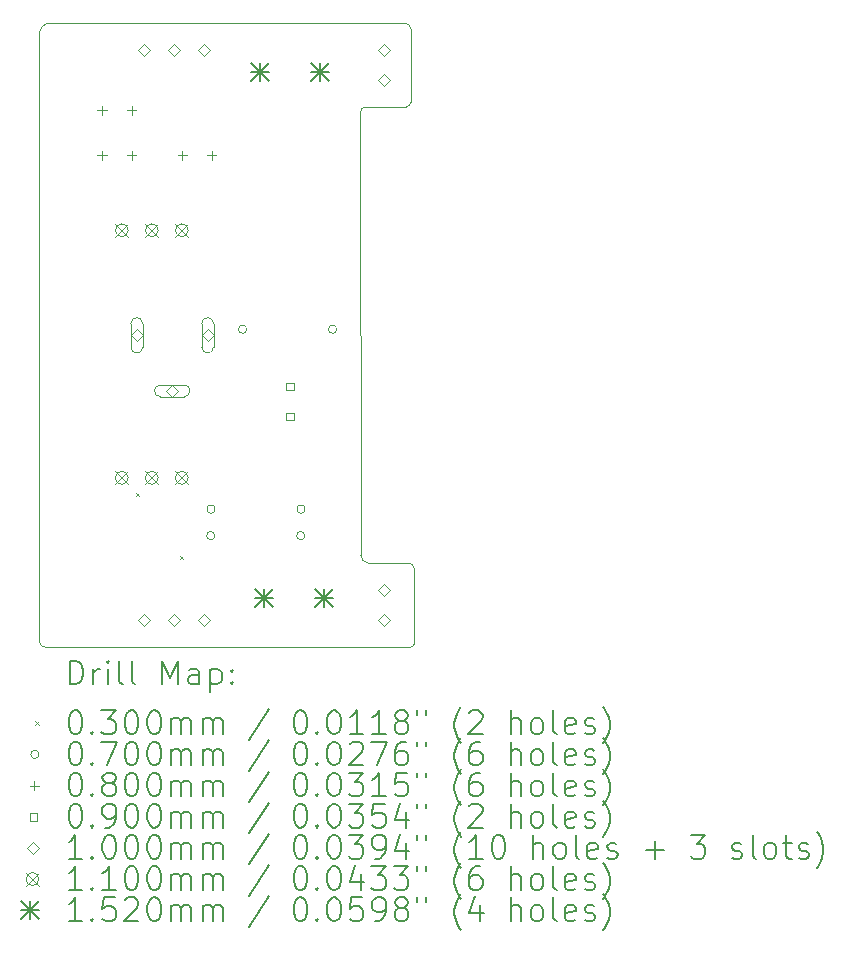
<source format=gbr>
%TF.GenerationSoftware,KiCad,Pcbnew,9.0.6*%
%TF.CreationDate,2025-12-27T14:43:41+05:30*%
%TF.ProjectId,PCB NEW FOR breD BOARD SUPPLY,50434220-4e45-4572-9046-4f5220627265,rev?*%
%TF.SameCoordinates,Original*%
%TF.FileFunction,Drillmap*%
%TF.FilePolarity,Positive*%
%FSLAX45Y45*%
G04 Gerber Fmt 4.5, Leading zero omitted, Abs format (unit mm)*
G04 Created by KiCad (PCBNEW 9.0.6) date 2025-12-27 14:43:41*
%MOMM*%
%LPD*%
G01*
G04 APERTURE LIST*
%ADD10C,0.050000*%
%ADD11C,0.200000*%
%ADD12C,0.100000*%
%ADD13C,0.110000*%
%ADD14C,0.152000*%
G04 APERTURE END LIST*
D10*
X15870000Y-9802500D02*
G75*
G02*
X15802500Y-9735000I0J67500D01*
G01*
X16230000Y-5895000D02*
X16230600Y-5285000D01*
X16230000Y-5895000D02*
G75*
G02*
X16182500Y-5942500I-47500J0D01*
G01*
X13081000Y-5325000D02*
X13082500Y-10465000D01*
X15842500Y-5942500D02*
X16182500Y-5942500D01*
X16215000Y-9805000D02*
G75*
G02*
X16252500Y-9842500I0J-37500D01*
G01*
X13132500Y-10515600D02*
X16222500Y-10515000D01*
X16215000Y-9805000D02*
X15870000Y-9802500D01*
X15802500Y-9735000D02*
X15800000Y-5985000D01*
X13081000Y-5325000D02*
G75*
G02*
X13175000Y-5231000I94000J0D01*
G01*
X13132500Y-10515600D02*
G75*
G02*
X13082500Y-10465600I0J50000D01*
G01*
X16252500Y-10485000D02*
G75*
G02*
X16222500Y-10515000I-30000J0D01*
G01*
X15800000Y-5985000D02*
G75*
G02*
X15842500Y-5942500I42500J0D01*
G01*
X16177500Y-5232500D02*
X13175000Y-5231000D01*
X16252500Y-10485000D02*
X16252500Y-9842500D01*
X16177500Y-5232500D02*
G75*
G02*
X16230000Y-5285000I0J-52500D01*
G01*
D11*
D12*
X13897500Y-9208100D02*
X13927500Y-9238100D01*
X13927500Y-9208100D02*
X13897500Y-9238100D01*
X14270000Y-9740000D02*
X14300000Y-9770000D01*
X14300000Y-9740000D02*
X14270000Y-9770000D01*
X14567500Y-9570000D02*
G75*
G02*
X14497500Y-9570000I-35000J0D01*
G01*
X14497500Y-9570000D02*
G75*
G02*
X14567500Y-9570000I35000J0D01*
G01*
X14570000Y-9345000D02*
G75*
G02*
X14500000Y-9345000I-35000J0D01*
G01*
X14500000Y-9345000D02*
G75*
G02*
X14570000Y-9345000I35000J0D01*
G01*
X14837500Y-7822500D02*
G75*
G02*
X14767500Y-7822500I-35000J0D01*
G01*
X14767500Y-7822500D02*
G75*
G02*
X14837500Y-7822500I35000J0D01*
G01*
X15329500Y-9570000D02*
G75*
G02*
X15259500Y-9570000I-35000J0D01*
G01*
X15259500Y-9570000D02*
G75*
G02*
X15329500Y-9570000I35000J0D01*
G01*
X15332000Y-9345000D02*
G75*
G02*
X15262000Y-9345000I-35000J0D01*
G01*
X15262000Y-9345000D02*
G75*
G02*
X15332000Y-9345000I35000J0D01*
G01*
X15599500Y-7822500D02*
G75*
G02*
X15529500Y-7822500I-35000J0D01*
G01*
X15529500Y-7822500D02*
G75*
G02*
X15599500Y-7822500I35000J0D01*
G01*
X13613500Y-5929000D02*
X13613500Y-6009000D01*
X13573500Y-5969000D02*
X13653500Y-5969000D01*
X13613500Y-6310000D02*
X13613500Y-6390000D01*
X13573500Y-6350000D02*
X13653500Y-6350000D01*
X13863500Y-5929000D02*
X13863500Y-6009000D01*
X13823500Y-5969000D02*
X13903500Y-5969000D01*
X13863500Y-6310000D02*
X13863500Y-6390000D01*
X13823500Y-6350000D02*
X13903500Y-6350000D01*
X14291500Y-6310000D02*
X14291500Y-6390000D01*
X14251500Y-6350000D02*
X14331500Y-6350000D01*
X14541500Y-6310000D02*
X14541500Y-6390000D01*
X14501500Y-6350000D02*
X14581500Y-6350000D01*
X15234320Y-8340320D02*
X15234320Y-8276680D01*
X15170680Y-8276680D01*
X15170680Y-8340320D01*
X15234320Y-8340320D01*
X15234320Y-8594320D02*
X15234320Y-8530680D01*
X15170680Y-8530680D01*
X15170680Y-8594320D01*
X15234320Y-8594320D01*
X13906500Y-7924000D02*
X13956500Y-7874000D01*
X13906500Y-7824000D01*
X13856500Y-7874000D01*
X13906500Y-7924000D01*
X13856500Y-7774000D02*
X13856500Y-7974000D01*
X13956500Y-7974000D02*
G75*
G02*
X13856500Y-7974000I-50000J0D01*
G01*
X13956500Y-7974000D02*
X13956500Y-7774000D01*
X13956500Y-7774000D02*
G75*
G03*
X13856500Y-7774000I-50000J0D01*
G01*
X13970000Y-5511000D02*
X14020000Y-5461000D01*
X13970000Y-5411000D01*
X13920000Y-5461000D01*
X13970000Y-5511000D01*
X13970000Y-10337000D02*
X14020000Y-10287000D01*
X13970000Y-10237000D01*
X13920000Y-10287000D01*
X13970000Y-10337000D01*
X14206500Y-8394000D02*
X14256500Y-8344000D01*
X14206500Y-8294000D01*
X14156500Y-8344000D01*
X14206500Y-8394000D01*
X14106500Y-8394000D02*
X14306500Y-8394000D01*
X14306500Y-8294000D02*
G75*
G02*
X14306500Y-8394000I0J-50000D01*
G01*
X14306500Y-8294000D02*
X14106500Y-8294000D01*
X14106500Y-8294000D02*
G75*
G03*
X14106500Y-8394000I0J-50000D01*
G01*
X14224000Y-5511000D02*
X14274000Y-5461000D01*
X14224000Y-5411000D01*
X14174000Y-5461000D01*
X14224000Y-5511000D01*
X14224000Y-10337000D02*
X14274000Y-10287000D01*
X14224000Y-10237000D01*
X14174000Y-10287000D01*
X14224000Y-10337000D01*
X14478000Y-5511000D02*
X14528000Y-5461000D01*
X14478000Y-5411000D01*
X14428000Y-5461000D01*
X14478000Y-5511000D01*
X14478000Y-10337000D02*
X14528000Y-10287000D01*
X14478000Y-10237000D01*
X14428000Y-10287000D01*
X14478000Y-10337000D01*
X14506500Y-7924000D02*
X14556500Y-7874000D01*
X14506500Y-7824000D01*
X14456500Y-7874000D01*
X14506500Y-7924000D01*
X14456500Y-7774000D02*
X14456500Y-7974000D01*
X14556500Y-7974000D02*
G75*
G02*
X14456500Y-7974000I-50000J0D01*
G01*
X14556500Y-7974000D02*
X14556500Y-7774000D01*
X14556500Y-7774000D02*
G75*
G03*
X14456500Y-7774000I-50000J0D01*
G01*
X16002000Y-5510500D02*
X16052000Y-5460500D01*
X16002000Y-5410500D01*
X15952000Y-5460500D01*
X16002000Y-5510500D01*
X16002000Y-5764500D02*
X16052000Y-5714500D01*
X16002000Y-5664500D01*
X15952000Y-5714500D01*
X16002000Y-5764500D01*
X16002000Y-10083000D02*
X16052000Y-10033000D01*
X16002000Y-9983000D01*
X15952000Y-10033000D01*
X16002000Y-10083000D01*
X16002000Y-10337000D02*
X16052000Y-10287000D01*
X16002000Y-10237000D01*
X15952000Y-10287000D01*
X16002000Y-10337000D01*
D13*
X13724500Y-6930000D02*
X13834500Y-7040000D01*
X13834500Y-6930000D02*
X13724500Y-7040000D01*
X13834500Y-6985000D02*
G75*
G02*
X13724500Y-6985000I-55000J0D01*
G01*
X13724500Y-6985000D02*
G75*
G02*
X13834500Y-6985000I55000J0D01*
G01*
X13724500Y-9025500D02*
X13834500Y-9135500D01*
X13834500Y-9025500D02*
X13724500Y-9135500D01*
X13834500Y-9080500D02*
G75*
G02*
X13724500Y-9080500I-55000J0D01*
G01*
X13724500Y-9080500D02*
G75*
G02*
X13834500Y-9080500I55000J0D01*
G01*
X13978500Y-6930000D02*
X14088500Y-7040000D01*
X14088500Y-6930000D02*
X13978500Y-7040000D01*
X14088500Y-6985000D02*
G75*
G02*
X13978500Y-6985000I-55000J0D01*
G01*
X13978500Y-6985000D02*
G75*
G02*
X14088500Y-6985000I55000J0D01*
G01*
X13978500Y-9025500D02*
X14088500Y-9135500D01*
X14088500Y-9025500D02*
X13978500Y-9135500D01*
X14088500Y-9080500D02*
G75*
G02*
X13978500Y-9080500I-55000J0D01*
G01*
X13978500Y-9080500D02*
G75*
G02*
X14088500Y-9080500I55000J0D01*
G01*
X14232500Y-6930000D02*
X14342500Y-7040000D01*
X14342500Y-6930000D02*
X14232500Y-7040000D01*
X14342500Y-6985000D02*
G75*
G02*
X14232500Y-6985000I-55000J0D01*
G01*
X14232500Y-6985000D02*
G75*
G02*
X14342500Y-6985000I55000J0D01*
G01*
X14232500Y-9025500D02*
X14342500Y-9135500D01*
X14342500Y-9025500D02*
X14232500Y-9135500D01*
X14342500Y-9080500D02*
G75*
G02*
X14232500Y-9080500I-55000J0D01*
G01*
X14232500Y-9080500D02*
G75*
G02*
X14342500Y-9080500I55000J0D01*
G01*
D14*
X14874000Y-5566500D02*
X15026000Y-5718500D01*
X15026000Y-5566500D02*
X14874000Y-5718500D01*
X14950000Y-5566500D02*
X14950000Y-5718500D01*
X14874000Y-5642500D02*
X15026000Y-5642500D01*
X14910000Y-10020500D02*
X15062000Y-10172500D01*
X15062000Y-10020500D02*
X14910000Y-10172500D01*
X14986000Y-10020500D02*
X14986000Y-10172500D01*
X14910000Y-10096500D02*
X15062000Y-10096500D01*
X15382000Y-5566500D02*
X15534000Y-5718500D01*
X15534000Y-5566500D02*
X15382000Y-5718500D01*
X15458000Y-5566500D02*
X15458000Y-5718500D01*
X15382000Y-5642500D02*
X15534000Y-5642500D01*
X15418000Y-10020500D02*
X15570000Y-10172500D01*
X15570000Y-10020500D02*
X15418000Y-10172500D01*
X15494000Y-10020500D02*
X15494000Y-10172500D01*
X15418000Y-10096500D02*
X15570000Y-10096500D01*
D11*
X13339277Y-10829584D02*
X13339277Y-10629584D01*
X13339277Y-10629584D02*
X13386896Y-10629584D01*
X13386896Y-10629584D02*
X13415467Y-10639108D01*
X13415467Y-10639108D02*
X13434515Y-10658155D01*
X13434515Y-10658155D02*
X13444039Y-10677203D01*
X13444039Y-10677203D02*
X13453562Y-10715298D01*
X13453562Y-10715298D02*
X13453562Y-10743870D01*
X13453562Y-10743870D02*
X13444039Y-10781965D01*
X13444039Y-10781965D02*
X13434515Y-10801012D01*
X13434515Y-10801012D02*
X13415467Y-10820060D01*
X13415467Y-10820060D02*
X13386896Y-10829584D01*
X13386896Y-10829584D02*
X13339277Y-10829584D01*
X13539277Y-10829584D02*
X13539277Y-10696250D01*
X13539277Y-10734346D02*
X13548801Y-10715298D01*
X13548801Y-10715298D02*
X13558324Y-10705774D01*
X13558324Y-10705774D02*
X13577372Y-10696250D01*
X13577372Y-10696250D02*
X13596420Y-10696250D01*
X13663086Y-10829584D02*
X13663086Y-10696250D01*
X13663086Y-10629584D02*
X13653562Y-10639108D01*
X13653562Y-10639108D02*
X13663086Y-10648631D01*
X13663086Y-10648631D02*
X13672610Y-10639108D01*
X13672610Y-10639108D02*
X13663086Y-10629584D01*
X13663086Y-10629584D02*
X13663086Y-10648631D01*
X13786896Y-10829584D02*
X13767848Y-10820060D01*
X13767848Y-10820060D02*
X13758324Y-10801012D01*
X13758324Y-10801012D02*
X13758324Y-10629584D01*
X13891658Y-10829584D02*
X13872610Y-10820060D01*
X13872610Y-10820060D02*
X13863086Y-10801012D01*
X13863086Y-10801012D02*
X13863086Y-10629584D01*
X14120229Y-10829584D02*
X14120229Y-10629584D01*
X14120229Y-10629584D02*
X14186896Y-10772441D01*
X14186896Y-10772441D02*
X14253562Y-10629584D01*
X14253562Y-10629584D02*
X14253562Y-10829584D01*
X14434515Y-10829584D02*
X14434515Y-10724822D01*
X14434515Y-10724822D02*
X14424991Y-10705774D01*
X14424991Y-10705774D02*
X14405943Y-10696250D01*
X14405943Y-10696250D02*
X14367848Y-10696250D01*
X14367848Y-10696250D02*
X14348801Y-10705774D01*
X14434515Y-10820060D02*
X14415467Y-10829584D01*
X14415467Y-10829584D02*
X14367848Y-10829584D01*
X14367848Y-10829584D02*
X14348801Y-10820060D01*
X14348801Y-10820060D02*
X14339277Y-10801012D01*
X14339277Y-10801012D02*
X14339277Y-10781965D01*
X14339277Y-10781965D02*
X14348801Y-10762917D01*
X14348801Y-10762917D02*
X14367848Y-10753393D01*
X14367848Y-10753393D02*
X14415467Y-10753393D01*
X14415467Y-10753393D02*
X14434515Y-10743870D01*
X14529753Y-10696250D02*
X14529753Y-10896250D01*
X14529753Y-10705774D02*
X14548801Y-10696250D01*
X14548801Y-10696250D02*
X14586896Y-10696250D01*
X14586896Y-10696250D02*
X14605943Y-10705774D01*
X14605943Y-10705774D02*
X14615467Y-10715298D01*
X14615467Y-10715298D02*
X14624991Y-10734346D01*
X14624991Y-10734346D02*
X14624991Y-10791489D01*
X14624991Y-10791489D02*
X14615467Y-10810536D01*
X14615467Y-10810536D02*
X14605943Y-10820060D01*
X14605943Y-10820060D02*
X14586896Y-10829584D01*
X14586896Y-10829584D02*
X14548801Y-10829584D01*
X14548801Y-10829584D02*
X14529753Y-10820060D01*
X14710705Y-10810536D02*
X14720229Y-10820060D01*
X14720229Y-10820060D02*
X14710705Y-10829584D01*
X14710705Y-10829584D02*
X14701182Y-10820060D01*
X14701182Y-10820060D02*
X14710705Y-10810536D01*
X14710705Y-10810536D02*
X14710705Y-10829584D01*
X14710705Y-10705774D02*
X14720229Y-10715298D01*
X14720229Y-10715298D02*
X14710705Y-10724822D01*
X14710705Y-10724822D02*
X14701182Y-10715298D01*
X14701182Y-10715298D02*
X14710705Y-10705774D01*
X14710705Y-10705774D02*
X14710705Y-10724822D01*
D12*
X13048500Y-11143100D02*
X13078500Y-11173100D01*
X13078500Y-11143100D02*
X13048500Y-11173100D01*
D11*
X13377372Y-11049584D02*
X13396420Y-11049584D01*
X13396420Y-11049584D02*
X13415467Y-11059108D01*
X13415467Y-11059108D02*
X13424991Y-11068631D01*
X13424991Y-11068631D02*
X13434515Y-11087679D01*
X13434515Y-11087679D02*
X13444039Y-11125774D01*
X13444039Y-11125774D02*
X13444039Y-11173393D01*
X13444039Y-11173393D02*
X13434515Y-11211488D01*
X13434515Y-11211488D02*
X13424991Y-11230536D01*
X13424991Y-11230536D02*
X13415467Y-11240060D01*
X13415467Y-11240060D02*
X13396420Y-11249584D01*
X13396420Y-11249584D02*
X13377372Y-11249584D01*
X13377372Y-11249584D02*
X13358324Y-11240060D01*
X13358324Y-11240060D02*
X13348801Y-11230536D01*
X13348801Y-11230536D02*
X13339277Y-11211488D01*
X13339277Y-11211488D02*
X13329753Y-11173393D01*
X13329753Y-11173393D02*
X13329753Y-11125774D01*
X13329753Y-11125774D02*
X13339277Y-11087679D01*
X13339277Y-11087679D02*
X13348801Y-11068631D01*
X13348801Y-11068631D02*
X13358324Y-11059108D01*
X13358324Y-11059108D02*
X13377372Y-11049584D01*
X13529753Y-11230536D02*
X13539277Y-11240060D01*
X13539277Y-11240060D02*
X13529753Y-11249584D01*
X13529753Y-11249584D02*
X13520229Y-11240060D01*
X13520229Y-11240060D02*
X13529753Y-11230536D01*
X13529753Y-11230536D02*
X13529753Y-11249584D01*
X13605943Y-11049584D02*
X13729753Y-11049584D01*
X13729753Y-11049584D02*
X13663086Y-11125774D01*
X13663086Y-11125774D02*
X13691658Y-11125774D01*
X13691658Y-11125774D02*
X13710705Y-11135298D01*
X13710705Y-11135298D02*
X13720229Y-11144822D01*
X13720229Y-11144822D02*
X13729753Y-11163870D01*
X13729753Y-11163870D02*
X13729753Y-11211488D01*
X13729753Y-11211488D02*
X13720229Y-11230536D01*
X13720229Y-11230536D02*
X13710705Y-11240060D01*
X13710705Y-11240060D02*
X13691658Y-11249584D01*
X13691658Y-11249584D02*
X13634515Y-11249584D01*
X13634515Y-11249584D02*
X13615467Y-11240060D01*
X13615467Y-11240060D02*
X13605943Y-11230536D01*
X13853562Y-11049584D02*
X13872610Y-11049584D01*
X13872610Y-11049584D02*
X13891658Y-11059108D01*
X13891658Y-11059108D02*
X13901182Y-11068631D01*
X13901182Y-11068631D02*
X13910705Y-11087679D01*
X13910705Y-11087679D02*
X13920229Y-11125774D01*
X13920229Y-11125774D02*
X13920229Y-11173393D01*
X13920229Y-11173393D02*
X13910705Y-11211488D01*
X13910705Y-11211488D02*
X13901182Y-11230536D01*
X13901182Y-11230536D02*
X13891658Y-11240060D01*
X13891658Y-11240060D02*
X13872610Y-11249584D01*
X13872610Y-11249584D02*
X13853562Y-11249584D01*
X13853562Y-11249584D02*
X13834515Y-11240060D01*
X13834515Y-11240060D02*
X13824991Y-11230536D01*
X13824991Y-11230536D02*
X13815467Y-11211488D01*
X13815467Y-11211488D02*
X13805943Y-11173393D01*
X13805943Y-11173393D02*
X13805943Y-11125774D01*
X13805943Y-11125774D02*
X13815467Y-11087679D01*
X13815467Y-11087679D02*
X13824991Y-11068631D01*
X13824991Y-11068631D02*
X13834515Y-11059108D01*
X13834515Y-11059108D02*
X13853562Y-11049584D01*
X14044039Y-11049584D02*
X14063086Y-11049584D01*
X14063086Y-11049584D02*
X14082134Y-11059108D01*
X14082134Y-11059108D02*
X14091658Y-11068631D01*
X14091658Y-11068631D02*
X14101182Y-11087679D01*
X14101182Y-11087679D02*
X14110705Y-11125774D01*
X14110705Y-11125774D02*
X14110705Y-11173393D01*
X14110705Y-11173393D02*
X14101182Y-11211488D01*
X14101182Y-11211488D02*
X14091658Y-11230536D01*
X14091658Y-11230536D02*
X14082134Y-11240060D01*
X14082134Y-11240060D02*
X14063086Y-11249584D01*
X14063086Y-11249584D02*
X14044039Y-11249584D01*
X14044039Y-11249584D02*
X14024991Y-11240060D01*
X14024991Y-11240060D02*
X14015467Y-11230536D01*
X14015467Y-11230536D02*
X14005943Y-11211488D01*
X14005943Y-11211488D02*
X13996420Y-11173393D01*
X13996420Y-11173393D02*
X13996420Y-11125774D01*
X13996420Y-11125774D02*
X14005943Y-11087679D01*
X14005943Y-11087679D02*
X14015467Y-11068631D01*
X14015467Y-11068631D02*
X14024991Y-11059108D01*
X14024991Y-11059108D02*
X14044039Y-11049584D01*
X14196420Y-11249584D02*
X14196420Y-11116250D01*
X14196420Y-11135298D02*
X14205943Y-11125774D01*
X14205943Y-11125774D02*
X14224991Y-11116250D01*
X14224991Y-11116250D02*
X14253563Y-11116250D01*
X14253563Y-11116250D02*
X14272610Y-11125774D01*
X14272610Y-11125774D02*
X14282134Y-11144822D01*
X14282134Y-11144822D02*
X14282134Y-11249584D01*
X14282134Y-11144822D02*
X14291658Y-11125774D01*
X14291658Y-11125774D02*
X14310705Y-11116250D01*
X14310705Y-11116250D02*
X14339277Y-11116250D01*
X14339277Y-11116250D02*
X14358324Y-11125774D01*
X14358324Y-11125774D02*
X14367848Y-11144822D01*
X14367848Y-11144822D02*
X14367848Y-11249584D01*
X14463086Y-11249584D02*
X14463086Y-11116250D01*
X14463086Y-11135298D02*
X14472610Y-11125774D01*
X14472610Y-11125774D02*
X14491658Y-11116250D01*
X14491658Y-11116250D02*
X14520229Y-11116250D01*
X14520229Y-11116250D02*
X14539277Y-11125774D01*
X14539277Y-11125774D02*
X14548801Y-11144822D01*
X14548801Y-11144822D02*
X14548801Y-11249584D01*
X14548801Y-11144822D02*
X14558324Y-11125774D01*
X14558324Y-11125774D02*
X14577372Y-11116250D01*
X14577372Y-11116250D02*
X14605943Y-11116250D01*
X14605943Y-11116250D02*
X14624991Y-11125774D01*
X14624991Y-11125774D02*
X14634515Y-11144822D01*
X14634515Y-11144822D02*
X14634515Y-11249584D01*
X15024991Y-11040060D02*
X14853563Y-11297203D01*
X15282134Y-11049584D02*
X15301182Y-11049584D01*
X15301182Y-11049584D02*
X15320229Y-11059108D01*
X15320229Y-11059108D02*
X15329753Y-11068631D01*
X15329753Y-11068631D02*
X15339277Y-11087679D01*
X15339277Y-11087679D02*
X15348801Y-11125774D01*
X15348801Y-11125774D02*
X15348801Y-11173393D01*
X15348801Y-11173393D02*
X15339277Y-11211488D01*
X15339277Y-11211488D02*
X15329753Y-11230536D01*
X15329753Y-11230536D02*
X15320229Y-11240060D01*
X15320229Y-11240060D02*
X15301182Y-11249584D01*
X15301182Y-11249584D02*
X15282134Y-11249584D01*
X15282134Y-11249584D02*
X15263086Y-11240060D01*
X15263086Y-11240060D02*
X15253563Y-11230536D01*
X15253563Y-11230536D02*
X15244039Y-11211488D01*
X15244039Y-11211488D02*
X15234515Y-11173393D01*
X15234515Y-11173393D02*
X15234515Y-11125774D01*
X15234515Y-11125774D02*
X15244039Y-11087679D01*
X15244039Y-11087679D02*
X15253563Y-11068631D01*
X15253563Y-11068631D02*
X15263086Y-11059108D01*
X15263086Y-11059108D02*
X15282134Y-11049584D01*
X15434515Y-11230536D02*
X15444039Y-11240060D01*
X15444039Y-11240060D02*
X15434515Y-11249584D01*
X15434515Y-11249584D02*
X15424991Y-11240060D01*
X15424991Y-11240060D02*
X15434515Y-11230536D01*
X15434515Y-11230536D02*
X15434515Y-11249584D01*
X15567848Y-11049584D02*
X15586896Y-11049584D01*
X15586896Y-11049584D02*
X15605944Y-11059108D01*
X15605944Y-11059108D02*
X15615467Y-11068631D01*
X15615467Y-11068631D02*
X15624991Y-11087679D01*
X15624991Y-11087679D02*
X15634515Y-11125774D01*
X15634515Y-11125774D02*
X15634515Y-11173393D01*
X15634515Y-11173393D02*
X15624991Y-11211488D01*
X15624991Y-11211488D02*
X15615467Y-11230536D01*
X15615467Y-11230536D02*
X15605944Y-11240060D01*
X15605944Y-11240060D02*
X15586896Y-11249584D01*
X15586896Y-11249584D02*
X15567848Y-11249584D01*
X15567848Y-11249584D02*
X15548801Y-11240060D01*
X15548801Y-11240060D02*
X15539277Y-11230536D01*
X15539277Y-11230536D02*
X15529753Y-11211488D01*
X15529753Y-11211488D02*
X15520229Y-11173393D01*
X15520229Y-11173393D02*
X15520229Y-11125774D01*
X15520229Y-11125774D02*
X15529753Y-11087679D01*
X15529753Y-11087679D02*
X15539277Y-11068631D01*
X15539277Y-11068631D02*
X15548801Y-11059108D01*
X15548801Y-11059108D02*
X15567848Y-11049584D01*
X15824991Y-11249584D02*
X15710706Y-11249584D01*
X15767848Y-11249584D02*
X15767848Y-11049584D01*
X15767848Y-11049584D02*
X15748801Y-11078155D01*
X15748801Y-11078155D02*
X15729753Y-11097203D01*
X15729753Y-11097203D02*
X15710706Y-11106727D01*
X16015467Y-11249584D02*
X15901182Y-11249584D01*
X15958325Y-11249584D02*
X15958325Y-11049584D01*
X15958325Y-11049584D02*
X15939277Y-11078155D01*
X15939277Y-11078155D02*
X15920229Y-11097203D01*
X15920229Y-11097203D02*
X15901182Y-11106727D01*
X16129753Y-11135298D02*
X16110706Y-11125774D01*
X16110706Y-11125774D02*
X16101182Y-11116250D01*
X16101182Y-11116250D02*
X16091658Y-11097203D01*
X16091658Y-11097203D02*
X16091658Y-11087679D01*
X16091658Y-11087679D02*
X16101182Y-11068631D01*
X16101182Y-11068631D02*
X16110706Y-11059108D01*
X16110706Y-11059108D02*
X16129753Y-11049584D01*
X16129753Y-11049584D02*
X16167848Y-11049584D01*
X16167848Y-11049584D02*
X16186896Y-11059108D01*
X16186896Y-11059108D02*
X16196420Y-11068631D01*
X16196420Y-11068631D02*
X16205944Y-11087679D01*
X16205944Y-11087679D02*
X16205944Y-11097203D01*
X16205944Y-11097203D02*
X16196420Y-11116250D01*
X16196420Y-11116250D02*
X16186896Y-11125774D01*
X16186896Y-11125774D02*
X16167848Y-11135298D01*
X16167848Y-11135298D02*
X16129753Y-11135298D01*
X16129753Y-11135298D02*
X16110706Y-11144822D01*
X16110706Y-11144822D02*
X16101182Y-11154346D01*
X16101182Y-11154346D02*
X16091658Y-11173393D01*
X16091658Y-11173393D02*
X16091658Y-11211488D01*
X16091658Y-11211488D02*
X16101182Y-11230536D01*
X16101182Y-11230536D02*
X16110706Y-11240060D01*
X16110706Y-11240060D02*
X16129753Y-11249584D01*
X16129753Y-11249584D02*
X16167848Y-11249584D01*
X16167848Y-11249584D02*
X16186896Y-11240060D01*
X16186896Y-11240060D02*
X16196420Y-11230536D01*
X16196420Y-11230536D02*
X16205944Y-11211488D01*
X16205944Y-11211488D02*
X16205944Y-11173393D01*
X16205944Y-11173393D02*
X16196420Y-11154346D01*
X16196420Y-11154346D02*
X16186896Y-11144822D01*
X16186896Y-11144822D02*
X16167848Y-11135298D01*
X16282134Y-11049584D02*
X16282134Y-11087679D01*
X16358325Y-11049584D02*
X16358325Y-11087679D01*
X16653563Y-11325774D02*
X16644039Y-11316250D01*
X16644039Y-11316250D02*
X16624991Y-11287679D01*
X16624991Y-11287679D02*
X16615468Y-11268631D01*
X16615468Y-11268631D02*
X16605944Y-11240060D01*
X16605944Y-11240060D02*
X16596420Y-11192441D01*
X16596420Y-11192441D02*
X16596420Y-11154346D01*
X16596420Y-11154346D02*
X16605944Y-11106727D01*
X16605944Y-11106727D02*
X16615468Y-11078155D01*
X16615468Y-11078155D02*
X16624991Y-11059108D01*
X16624991Y-11059108D02*
X16644039Y-11030536D01*
X16644039Y-11030536D02*
X16653563Y-11021012D01*
X16720229Y-11068631D02*
X16729753Y-11059108D01*
X16729753Y-11059108D02*
X16748801Y-11049584D01*
X16748801Y-11049584D02*
X16796420Y-11049584D01*
X16796420Y-11049584D02*
X16815468Y-11059108D01*
X16815468Y-11059108D02*
X16824991Y-11068631D01*
X16824991Y-11068631D02*
X16834515Y-11087679D01*
X16834515Y-11087679D02*
X16834515Y-11106727D01*
X16834515Y-11106727D02*
X16824991Y-11135298D01*
X16824991Y-11135298D02*
X16710706Y-11249584D01*
X16710706Y-11249584D02*
X16834515Y-11249584D01*
X17072611Y-11249584D02*
X17072611Y-11049584D01*
X17158325Y-11249584D02*
X17158325Y-11144822D01*
X17158325Y-11144822D02*
X17148801Y-11125774D01*
X17148801Y-11125774D02*
X17129753Y-11116250D01*
X17129753Y-11116250D02*
X17101182Y-11116250D01*
X17101182Y-11116250D02*
X17082134Y-11125774D01*
X17082134Y-11125774D02*
X17072611Y-11135298D01*
X17282134Y-11249584D02*
X17263087Y-11240060D01*
X17263087Y-11240060D02*
X17253563Y-11230536D01*
X17253563Y-11230536D02*
X17244039Y-11211488D01*
X17244039Y-11211488D02*
X17244039Y-11154346D01*
X17244039Y-11154346D02*
X17253563Y-11135298D01*
X17253563Y-11135298D02*
X17263087Y-11125774D01*
X17263087Y-11125774D02*
X17282134Y-11116250D01*
X17282134Y-11116250D02*
X17310706Y-11116250D01*
X17310706Y-11116250D02*
X17329753Y-11125774D01*
X17329753Y-11125774D02*
X17339277Y-11135298D01*
X17339277Y-11135298D02*
X17348801Y-11154346D01*
X17348801Y-11154346D02*
X17348801Y-11211488D01*
X17348801Y-11211488D02*
X17339277Y-11230536D01*
X17339277Y-11230536D02*
X17329753Y-11240060D01*
X17329753Y-11240060D02*
X17310706Y-11249584D01*
X17310706Y-11249584D02*
X17282134Y-11249584D01*
X17463087Y-11249584D02*
X17444039Y-11240060D01*
X17444039Y-11240060D02*
X17434515Y-11221012D01*
X17434515Y-11221012D02*
X17434515Y-11049584D01*
X17615468Y-11240060D02*
X17596420Y-11249584D01*
X17596420Y-11249584D02*
X17558325Y-11249584D01*
X17558325Y-11249584D02*
X17539277Y-11240060D01*
X17539277Y-11240060D02*
X17529753Y-11221012D01*
X17529753Y-11221012D02*
X17529753Y-11144822D01*
X17529753Y-11144822D02*
X17539277Y-11125774D01*
X17539277Y-11125774D02*
X17558325Y-11116250D01*
X17558325Y-11116250D02*
X17596420Y-11116250D01*
X17596420Y-11116250D02*
X17615468Y-11125774D01*
X17615468Y-11125774D02*
X17624992Y-11144822D01*
X17624992Y-11144822D02*
X17624992Y-11163870D01*
X17624992Y-11163870D02*
X17529753Y-11182917D01*
X17701182Y-11240060D02*
X17720230Y-11249584D01*
X17720230Y-11249584D02*
X17758325Y-11249584D01*
X17758325Y-11249584D02*
X17777373Y-11240060D01*
X17777373Y-11240060D02*
X17786896Y-11221012D01*
X17786896Y-11221012D02*
X17786896Y-11211488D01*
X17786896Y-11211488D02*
X17777373Y-11192441D01*
X17777373Y-11192441D02*
X17758325Y-11182917D01*
X17758325Y-11182917D02*
X17729753Y-11182917D01*
X17729753Y-11182917D02*
X17710706Y-11173393D01*
X17710706Y-11173393D02*
X17701182Y-11154346D01*
X17701182Y-11154346D02*
X17701182Y-11144822D01*
X17701182Y-11144822D02*
X17710706Y-11125774D01*
X17710706Y-11125774D02*
X17729753Y-11116250D01*
X17729753Y-11116250D02*
X17758325Y-11116250D01*
X17758325Y-11116250D02*
X17777373Y-11125774D01*
X17853563Y-11325774D02*
X17863087Y-11316250D01*
X17863087Y-11316250D02*
X17882134Y-11287679D01*
X17882134Y-11287679D02*
X17891658Y-11268631D01*
X17891658Y-11268631D02*
X17901182Y-11240060D01*
X17901182Y-11240060D02*
X17910706Y-11192441D01*
X17910706Y-11192441D02*
X17910706Y-11154346D01*
X17910706Y-11154346D02*
X17901182Y-11106727D01*
X17901182Y-11106727D02*
X17891658Y-11078155D01*
X17891658Y-11078155D02*
X17882134Y-11059108D01*
X17882134Y-11059108D02*
X17863087Y-11030536D01*
X17863087Y-11030536D02*
X17853563Y-11021012D01*
D12*
X13078500Y-11422100D02*
G75*
G02*
X13008500Y-11422100I-35000J0D01*
G01*
X13008500Y-11422100D02*
G75*
G02*
X13078500Y-11422100I35000J0D01*
G01*
D11*
X13377372Y-11313584D02*
X13396420Y-11313584D01*
X13396420Y-11313584D02*
X13415467Y-11323108D01*
X13415467Y-11323108D02*
X13424991Y-11332631D01*
X13424991Y-11332631D02*
X13434515Y-11351679D01*
X13434515Y-11351679D02*
X13444039Y-11389774D01*
X13444039Y-11389774D02*
X13444039Y-11437393D01*
X13444039Y-11437393D02*
X13434515Y-11475488D01*
X13434515Y-11475488D02*
X13424991Y-11494536D01*
X13424991Y-11494536D02*
X13415467Y-11504060D01*
X13415467Y-11504060D02*
X13396420Y-11513584D01*
X13396420Y-11513584D02*
X13377372Y-11513584D01*
X13377372Y-11513584D02*
X13358324Y-11504060D01*
X13358324Y-11504060D02*
X13348801Y-11494536D01*
X13348801Y-11494536D02*
X13339277Y-11475488D01*
X13339277Y-11475488D02*
X13329753Y-11437393D01*
X13329753Y-11437393D02*
X13329753Y-11389774D01*
X13329753Y-11389774D02*
X13339277Y-11351679D01*
X13339277Y-11351679D02*
X13348801Y-11332631D01*
X13348801Y-11332631D02*
X13358324Y-11323108D01*
X13358324Y-11323108D02*
X13377372Y-11313584D01*
X13529753Y-11494536D02*
X13539277Y-11504060D01*
X13539277Y-11504060D02*
X13529753Y-11513584D01*
X13529753Y-11513584D02*
X13520229Y-11504060D01*
X13520229Y-11504060D02*
X13529753Y-11494536D01*
X13529753Y-11494536D02*
X13529753Y-11513584D01*
X13605943Y-11313584D02*
X13739277Y-11313584D01*
X13739277Y-11313584D02*
X13653562Y-11513584D01*
X13853562Y-11313584D02*
X13872610Y-11313584D01*
X13872610Y-11313584D02*
X13891658Y-11323108D01*
X13891658Y-11323108D02*
X13901182Y-11332631D01*
X13901182Y-11332631D02*
X13910705Y-11351679D01*
X13910705Y-11351679D02*
X13920229Y-11389774D01*
X13920229Y-11389774D02*
X13920229Y-11437393D01*
X13920229Y-11437393D02*
X13910705Y-11475488D01*
X13910705Y-11475488D02*
X13901182Y-11494536D01*
X13901182Y-11494536D02*
X13891658Y-11504060D01*
X13891658Y-11504060D02*
X13872610Y-11513584D01*
X13872610Y-11513584D02*
X13853562Y-11513584D01*
X13853562Y-11513584D02*
X13834515Y-11504060D01*
X13834515Y-11504060D02*
X13824991Y-11494536D01*
X13824991Y-11494536D02*
X13815467Y-11475488D01*
X13815467Y-11475488D02*
X13805943Y-11437393D01*
X13805943Y-11437393D02*
X13805943Y-11389774D01*
X13805943Y-11389774D02*
X13815467Y-11351679D01*
X13815467Y-11351679D02*
X13824991Y-11332631D01*
X13824991Y-11332631D02*
X13834515Y-11323108D01*
X13834515Y-11323108D02*
X13853562Y-11313584D01*
X14044039Y-11313584D02*
X14063086Y-11313584D01*
X14063086Y-11313584D02*
X14082134Y-11323108D01*
X14082134Y-11323108D02*
X14091658Y-11332631D01*
X14091658Y-11332631D02*
X14101182Y-11351679D01*
X14101182Y-11351679D02*
X14110705Y-11389774D01*
X14110705Y-11389774D02*
X14110705Y-11437393D01*
X14110705Y-11437393D02*
X14101182Y-11475488D01*
X14101182Y-11475488D02*
X14091658Y-11494536D01*
X14091658Y-11494536D02*
X14082134Y-11504060D01*
X14082134Y-11504060D02*
X14063086Y-11513584D01*
X14063086Y-11513584D02*
X14044039Y-11513584D01*
X14044039Y-11513584D02*
X14024991Y-11504060D01*
X14024991Y-11504060D02*
X14015467Y-11494536D01*
X14015467Y-11494536D02*
X14005943Y-11475488D01*
X14005943Y-11475488D02*
X13996420Y-11437393D01*
X13996420Y-11437393D02*
X13996420Y-11389774D01*
X13996420Y-11389774D02*
X14005943Y-11351679D01*
X14005943Y-11351679D02*
X14015467Y-11332631D01*
X14015467Y-11332631D02*
X14024991Y-11323108D01*
X14024991Y-11323108D02*
X14044039Y-11313584D01*
X14196420Y-11513584D02*
X14196420Y-11380250D01*
X14196420Y-11399298D02*
X14205943Y-11389774D01*
X14205943Y-11389774D02*
X14224991Y-11380250D01*
X14224991Y-11380250D02*
X14253563Y-11380250D01*
X14253563Y-11380250D02*
X14272610Y-11389774D01*
X14272610Y-11389774D02*
X14282134Y-11408822D01*
X14282134Y-11408822D02*
X14282134Y-11513584D01*
X14282134Y-11408822D02*
X14291658Y-11389774D01*
X14291658Y-11389774D02*
X14310705Y-11380250D01*
X14310705Y-11380250D02*
X14339277Y-11380250D01*
X14339277Y-11380250D02*
X14358324Y-11389774D01*
X14358324Y-11389774D02*
X14367848Y-11408822D01*
X14367848Y-11408822D02*
X14367848Y-11513584D01*
X14463086Y-11513584D02*
X14463086Y-11380250D01*
X14463086Y-11399298D02*
X14472610Y-11389774D01*
X14472610Y-11389774D02*
X14491658Y-11380250D01*
X14491658Y-11380250D02*
X14520229Y-11380250D01*
X14520229Y-11380250D02*
X14539277Y-11389774D01*
X14539277Y-11389774D02*
X14548801Y-11408822D01*
X14548801Y-11408822D02*
X14548801Y-11513584D01*
X14548801Y-11408822D02*
X14558324Y-11389774D01*
X14558324Y-11389774D02*
X14577372Y-11380250D01*
X14577372Y-11380250D02*
X14605943Y-11380250D01*
X14605943Y-11380250D02*
X14624991Y-11389774D01*
X14624991Y-11389774D02*
X14634515Y-11408822D01*
X14634515Y-11408822D02*
X14634515Y-11513584D01*
X15024991Y-11304060D02*
X14853563Y-11561203D01*
X15282134Y-11313584D02*
X15301182Y-11313584D01*
X15301182Y-11313584D02*
X15320229Y-11323108D01*
X15320229Y-11323108D02*
X15329753Y-11332631D01*
X15329753Y-11332631D02*
X15339277Y-11351679D01*
X15339277Y-11351679D02*
X15348801Y-11389774D01*
X15348801Y-11389774D02*
X15348801Y-11437393D01*
X15348801Y-11437393D02*
X15339277Y-11475488D01*
X15339277Y-11475488D02*
X15329753Y-11494536D01*
X15329753Y-11494536D02*
X15320229Y-11504060D01*
X15320229Y-11504060D02*
X15301182Y-11513584D01*
X15301182Y-11513584D02*
X15282134Y-11513584D01*
X15282134Y-11513584D02*
X15263086Y-11504060D01*
X15263086Y-11504060D02*
X15253563Y-11494536D01*
X15253563Y-11494536D02*
X15244039Y-11475488D01*
X15244039Y-11475488D02*
X15234515Y-11437393D01*
X15234515Y-11437393D02*
X15234515Y-11389774D01*
X15234515Y-11389774D02*
X15244039Y-11351679D01*
X15244039Y-11351679D02*
X15253563Y-11332631D01*
X15253563Y-11332631D02*
X15263086Y-11323108D01*
X15263086Y-11323108D02*
X15282134Y-11313584D01*
X15434515Y-11494536D02*
X15444039Y-11504060D01*
X15444039Y-11504060D02*
X15434515Y-11513584D01*
X15434515Y-11513584D02*
X15424991Y-11504060D01*
X15424991Y-11504060D02*
X15434515Y-11494536D01*
X15434515Y-11494536D02*
X15434515Y-11513584D01*
X15567848Y-11313584D02*
X15586896Y-11313584D01*
X15586896Y-11313584D02*
X15605944Y-11323108D01*
X15605944Y-11323108D02*
X15615467Y-11332631D01*
X15615467Y-11332631D02*
X15624991Y-11351679D01*
X15624991Y-11351679D02*
X15634515Y-11389774D01*
X15634515Y-11389774D02*
X15634515Y-11437393D01*
X15634515Y-11437393D02*
X15624991Y-11475488D01*
X15624991Y-11475488D02*
X15615467Y-11494536D01*
X15615467Y-11494536D02*
X15605944Y-11504060D01*
X15605944Y-11504060D02*
X15586896Y-11513584D01*
X15586896Y-11513584D02*
X15567848Y-11513584D01*
X15567848Y-11513584D02*
X15548801Y-11504060D01*
X15548801Y-11504060D02*
X15539277Y-11494536D01*
X15539277Y-11494536D02*
X15529753Y-11475488D01*
X15529753Y-11475488D02*
X15520229Y-11437393D01*
X15520229Y-11437393D02*
X15520229Y-11389774D01*
X15520229Y-11389774D02*
X15529753Y-11351679D01*
X15529753Y-11351679D02*
X15539277Y-11332631D01*
X15539277Y-11332631D02*
X15548801Y-11323108D01*
X15548801Y-11323108D02*
X15567848Y-11313584D01*
X15710706Y-11332631D02*
X15720229Y-11323108D01*
X15720229Y-11323108D02*
X15739277Y-11313584D01*
X15739277Y-11313584D02*
X15786896Y-11313584D01*
X15786896Y-11313584D02*
X15805944Y-11323108D01*
X15805944Y-11323108D02*
X15815467Y-11332631D01*
X15815467Y-11332631D02*
X15824991Y-11351679D01*
X15824991Y-11351679D02*
X15824991Y-11370727D01*
X15824991Y-11370727D02*
X15815467Y-11399298D01*
X15815467Y-11399298D02*
X15701182Y-11513584D01*
X15701182Y-11513584D02*
X15824991Y-11513584D01*
X15891658Y-11313584D02*
X16024991Y-11313584D01*
X16024991Y-11313584D02*
X15939277Y-11513584D01*
X16186896Y-11313584D02*
X16148801Y-11313584D01*
X16148801Y-11313584D02*
X16129753Y-11323108D01*
X16129753Y-11323108D02*
X16120229Y-11332631D01*
X16120229Y-11332631D02*
X16101182Y-11361203D01*
X16101182Y-11361203D02*
X16091658Y-11399298D01*
X16091658Y-11399298D02*
X16091658Y-11475488D01*
X16091658Y-11475488D02*
X16101182Y-11494536D01*
X16101182Y-11494536D02*
X16110706Y-11504060D01*
X16110706Y-11504060D02*
X16129753Y-11513584D01*
X16129753Y-11513584D02*
X16167848Y-11513584D01*
X16167848Y-11513584D02*
X16186896Y-11504060D01*
X16186896Y-11504060D02*
X16196420Y-11494536D01*
X16196420Y-11494536D02*
X16205944Y-11475488D01*
X16205944Y-11475488D02*
X16205944Y-11427869D01*
X16205944Y-11427869D02*
X16196420Y-11408822D01*
X16196420Y-11408822D02*
X16186896Y-11399298D01*
X16186896Y-11399298D02*
X16167848Y-11389774D01*
X16167848Y-11389774D02*
X16129753Y-11389774D01*
X16129753Y-11389774D02*
X16110706Y-11399298D01*
X16110706Y-11399298D02*
X16101182Y-11408822D01*
X16101182Y-11408822D02*
X16091658Y-11427869D01*
X16282134Y-11313584D02*
X16282134Y-11351679D01*
X16358325Y-11313584D02*
X16358325Y-11351679D01*
X16653563Y-11589774D02*
X16644039Y-11580250D01*
X16644039Y-11580250D02*
X16624991Y-11551679D01*
X16624991Y-11551679D02*
X16615468Y-11532631D01*
X16615468Y-11532631D02*
X16605944Y-11504060D01*
X16605944Y-11504060D02*
X16596420Y-11456441D01*
X16596420Y-11456441D02*
X16596420Y-11418346D01*
X16596420Y-11418346D02*
X16605944Y-11370727D01*
X16605944Y-11370727D02*
X16615468Y-11342155D01*
X16615468Y-11342155D02*
X16624991Y-11323108D01*
X16624991Y-11323108D02*
X16644039Y-11294536D01*
X16644039Y-11294536D02*
X16653563Y-11285012D01*
X16815468Y-11313584D02*
X16777372Y-11313584D01*
X16777372Y-11313584D02*
X16758325Y-11323108D01*
X16758325Y-11323108D02*
X16748801Y-11332631D01*
X16748801Y-11332631D02*
X16729753Y-11361203D01*
X16729753Y-11361203D02*
X16720229Y-11399298D01*
X16720229Y-11399298D02*
X16720229Y-11475488D01*
X16720229Y-11475488D02*
X16729753Y-11494536D01*
X16729753Y-11494536D02*
X16739277Y-11504060D01*
X16739277Y-11504060D02*
X16758325Y-11513584D01*
X16758325Y-11513584D02*
X16796420Y-11513584D01*
X16796420Y-11513584D02*
X16815468Y-11504060D01*
X16815468Y-11504060D02*
X16824991Y-11494536D01*
X16824991Y-11494536D02*
X16834515Y-11475488D01*
X16834515Y-11475488D02*
X16834515Y-11427869D01*
X16834515Y-11427869D02*
X16824991Y-11408822D01*
X16824991Y-11408822D02*
X16815468Y-11399298D01*
X16815468Y-11399298D02*
X16796420Y-11389774D01*
X16796420Y-11389774D02*
X16758325Y-11389774D01*
X16758325Y-11389774D02*
X16739277Y-11399298D01*
X16739277Y-11399298D02*
X16729753Y-11408822D01*
X16729753Y-11408822D02*
X16720229Y-11427869D01*
X17072611Y-11513584D02*
X17072611Y-11313584D01*
X17158325Y-11513584D02*
X17158325Y-11408822D01*
X17158325Y-11408822D02*
X17148801Y-11389774D01*
X17148801Y-11389774D02*
X17129753Y-11380250D01*
X17129753Y-11380250D02*
X17101182Y-11380250D01*
X17101182Y-11380250D02*
X17082134Y-11389774D01*
X17082134Y-11389774D02*
X17072611Y-11399298D01*
X17282134Y-11513584D02*
X17263087Y-11504060D01*
X17263087Y-11504060D02*
X17253563Y-11494536D01*
X17253563Y-11494536D02*
X17244039Y-11475488D01*
X17244039Y-11475488D02*
X17244039Y-11418346D01*
X17244039Y-11418346D02*
X17253563Y-11399298D01*
X17253563Y-11399298D02*
X17263087Y-11389774D01*
X17263087Y-11389774D02*
X17282134Y-11380250D01*
X17282134Y-11380250D02*
X17310706Y-11380250D01*
X17310706Y-11380250D02*
X17329753Y-11389774D01*
X17329753Y-11389774D02*
X17339277Y-11399298D01*
X17339277Y-11399298D02*
X17348801Y-11418346D01*
X17348801Y-11418346D02*
X17348801Y-11475488D01*
X17348801Y-11475488D02*
X17339277Y-11494536D01*
X17339277Y-11494536D02*
X17329753Y-11504060D01*
X17329753Y-11504060D02*
X17310706Y-11513584D01*
X17310706Y-11513584D02*
X17282134Y-11513584D01*
X17463087Y-11513584D02*
X17444039Y-11504060D01*
X17444039Y-11504060D02*
X17434515Y-11485012D01*
X17434515Y-11485012D02*
X17434515Y-11313584D01*
X17615468Y-11504060D02*
X17596420Y-11513584D01*
X17596420Y-11513584D02*
X17558325Y-11513584D01*
X17558325Y-11513584D02*
X17539277Y-11504060D01*
X17539277Y-11504060D02*
X17529753Y-11485012D01*
X17529753Y-11485012D02*
X17529753Y-11408822D01*
X17529753Y-11408822D02*
X17539277Y-11389774D01*
X17539277Y-11389774D02*
X17558325Y-11380250D01*
X17558325Y-11380250D02*
X17596420Y-11380250D01*
X17596420Y-11380250D02*
X17615468Y-11389774D01*
X17615468Y-11389774D02*
X17624992Y-11408822D01*
X17624992Y-11408822D02*
X17624992Y-11427869D01*
X17624992Y-11427869D02*
X17529753Y-11446917D01*
X17701182Y-11504060D02*
X17720230Y-11513584D01*
X17720230Y-11513584D02*
X17758325Y-11513584D01*
X17758325Y-11513584D02*
X17777373Y-11504060D01*
X17777373Y-11504060D02*
X17786896Y-11485012D01*
X17786896Y-11485012D02*
X17786896Y-11475488D01*
X17786896Y-11475488D02*
X17777373Y-11456441D01*
X17777373Y-11456441D02*
X17758325Y-11446917D01*
X17758325Y-11446917D02*
X17729753Y-11446917D01*
X17729753Y-11446917D02*
X17710706Y-11437393D01*
X17710706Y-11437393D02*
X17701182Y-11418346D01*
X17701182Y-11418346D02*
X17701182Y-11408822D01*
X17701182Y-11408822D02*
X17710706Y-11389774D01*
X17710706Y-11389774D02*
X17729753Y-11380250D01*
X17729753Y-11380250D02*
X17758325Y-11380250D01*
X17758325Y-11380250D02*
X17777373Y-11389774D01*
X17853563Y-11589774D02*
X17863087Y-11580250D01*
X17863087Y-11580250D02*
X17882134Y-11551679D01*
X17882134Y-11551679D02*
X17891658Y-11532631D01*
X17891658Y-11532631D02*
X17901182Y-11504060D01*
X17901182Y-11504060D02*
X17910706Y-11456441D01*
X17910706Y-11456441D02*
X17910706Y-11418346D01*
X17910706Y-11418346D02*
X17901182Y-11370727D01*
X17901182Y-11370727D02*
X17891658Y-11342155D01*
X17891658Y-11342155D02*
X17882134Y-11323108D01*
X17882134Y-11323108D02*
X17863087Y-11294536D01*
X17863087Y-11294536D02*
X17853563Y-11285012D01*
D12*
X13038500Y-11646100D02*
X13038500Y-11726100D01*
X12998500Y-11686100D02*
X13078500Y-11686100D01*
D11*
X13377372Y-11577584D02*
X13396420Y-11577584D01*
X13396420Y-11577584D02*
X13415467Y-11587108D01*
X13415467Y-11587108D02*
X13424991Y-11596631D01*
X13424991Y-11596631D02*
X13434515Y-11615679D01*
X13434515Y-11615679D02*
X13444039Y-11653774D01*
X13444039Y-11653774D02*
X13444039Y-11701393D01*
X13444039Y-11701393D02*
X13434515Y-11739488D01*
X13434515Y-11739488D02*
X13424991Y-11758536D01*
X13424991Y-11758536D02*
X13415467Y-11768060D01*
X13415467Y-11768060D02*
X13396420Y-11777584D01*
X13396420Y-11777584D02*
X13377372Y-11777584D01*
X13377372Y-11777584D02*
X13358324Y-11768060D01*
X13358324Y-11768060D02*
X13348801Y-11758536D01*
X13348801Y-11758536D02*
X13339277Y-11739488D01*
X13339277Y-11739488D02*
X13329753Y-11701393D01*
X13329753Y-11701393D02*
X13329753Y-11653774D01*
X13329753Y-11653774D02*
X13339277Y-11615679D01*
X13339277Y-11615679D02*
X13348801Y-11596631D01*
X13348801Y-11596631D02*
X13358324Y-11587108D01*
X13358324Y-11587108D02*
X13377372Y-11577584D01*
X13529753Y-11758536D02*
X13539277Y-11768060D01*
X13539277Y-11768060D02*
X13529753Y-11777584D01*
X13529753Y-11777584D02*
X13520229Y-11768060D01*
X13520229Y-11768060D02*
X13529753Y-11758536D01*
X13529753Y-11758536D02*
X13529753Y-11777584D01*
X13653562Y-11663298D02*
X13634515Y-11653774D01*
X13634515Y-11653774D02*
X13624991Y-11644250D01*
X13624991Y-11644250D02*
X13615467Y-11625203D01*
X13615467Y-11625203D02*
X13615467Y-11615679D01*
X13615467Y-11615679D02*
X13624991Y-11596631D01*
X13624991Y-11596631D02*
X13634515Y-11587108D01*
X13634515Y-11587108D02*
X13653562Y-11577584D01*
X13653562Y-11577584D02*
X13691658Y-11577584D01*
X13691658Y-11577584D02*
X13710705Y-11587108D01*
X13710705Y-11587108D02*
X13720229Y-11596631D01*
X13720229Y-11596631D02*
X13729753Y-11615679D01*
X13729753Y-11615679D02*
X13729753Y-11625203D01*
X13729753Y-11625203D02*
X13720229Y-11644250D01*
X13720229Y-11644250D02*
X13710705Y-11653774D01*
X13710705Y-11653774D02*
X13691658Y-11663298D01*
X13691658Y-11663298D02*
X13653562Y-11663298D01*
X13653562Y-11663298D02*
X13634515Y-11672822D01*
X13634515Y-11672822D02*
X13624991Y-11682346D01*
X13624991Y-11682346D02*
X13615467Y-11701393D01*
X13615467Y-11701393D02*
X13615467Y-11739488D01*
X13615467Y-11739488D02*
X13624991Y-11758536D01*
X13624991Y-11758536D02*
X13634515Y-11768060D01*
X13634515Y-11768060D02*
X13653562Y-11777584D01*
X13653562Y-11777584D02*
X13691658Y-11777584D01*
X13691658Y-11777584D02*
X13710705Y-11768060D01*
X13710705Y-11768060D02*
X13720229Y-11758536D01*
X13720229Y-11758536D02*
X13729753Y-11739488D01*
X13729753Y-11739488D02*
X13729753Y-11701393D01*
X13729753Y-11701393D02*
X13720229Y-11682346D01*
X13720229Y-11682346D02*
X13710705Y-11672822D01*
X13710705Y-11672822D02*
X13691658Y-11663298D01*
X13853562Y-11577584D02*
X13872610Y-11577584D01*
X13872610Y-11577584D02*
X13891658Y-11587108D01*
X13891658Y-11587108D02*
X13901182Y-11596631D01*
X13901182Y-11596631D02*
X13910705Y-11615679D01*
X13910705Y-11615679D02*
X13920229Y-11653774D01*
X13920229Y-11653774D02*
X13920229Y-11701393D01*
X13920229Y-11701393D02*
X13910705Y-11739488D01*
X13910705Y-11739488D02*
X13901182Y-11758536D01*
X13901182Y-11758536D02*
X13891658Y-11768060D01*
X13891658Y-11768060D02*
X13872610Y-11777584D01*
X13872610Y-11777584D02*
X13853562Y-11777584D01*
X13853562Y-11777584D02*
X13834515Y-11768060D01*
X13834515Y-11768060D02*
X13824991Y-11758536D01*
X13824991Y-11758536D02*
X13815467Y-11739488D01*
X13815467Y-11739488D02*
X13805943Y-11701393D01*
X13805943Y-11701393D02*
X13805943Y-11653774D01*
X13805943Y-11653774D02*
X13815467Y-11615679D01*
X13815467Y-11615679D02*
X13824991Y-11596631D01*
X13824991Y-11596631D02*
X13834515Y-11587108D01*
X13834515Y-11587108D02*
X13853562Y-11577584D01*
X14044039Y-11577584D02*
X14063086Y-11577584D01*
X14063086Y-11577584D02*
X14082134Y-11587108D01*
X14082134Y-11587108D02*
X14091658Y-11596631D01*
X14091658Y-11596631D02*
X14101182Y-11615679D01*
X14101182Y-11615679D02*
X14110705Y-11653774D01*
X14110705Y-11653774D02*
X14110705Y-11701393D01*
X14110705Y-11701393D02*
X14101182Y-11739488D01*
X14101182Y-11739488D02*
X14091658Y-11758536D01*
X14091658Y-11758536D02*
X14082134Y-11768060D01*
X14082134Y-11768060D02*
X14063086Y-11777584D01*
X14063086Y-11777584D02*
X14044039Y-11777584D01*
X14044039Y-11777584D02*
X14024991Y-11768060D01*
X14024991Y-11768060D02*
X14015467Y-11758536D01*
X14015467Y-11758536D02*
X14005943Y-11739488D01*
X14005943Y-11739488D02*
X13996420Y-11701393D01*
X13996420Y-11701393D02*
X13996420Y-11653774D01*
X13996420Y-11653774D02*
X14005943Y-11615679D01*
X14005943Y-11615679D02*
X14015467Y-11596631D01*
X14015467Y-11596631D02*
X14024991Y-11587108D01*
X14024991Y-11587108D02*
X14044039Y-11577584D01*
X14196420Y-11777584D02*
X14196420Y-11644250D01*
X14196420Y-11663298D02*
X14205943Y-11653774D01*
X14205943Y-11653774D02*
X14224991Y-11644250D01*
X14224991Y-11644250D02*
X14253563Y-11644250D01*
X14253563Y-11644250D02*
X14272610Y-11653774D01*
X14272610Y-11653774D02*
X14282134Y-11672822D01*
X14282134Y-11672822D02*
X14282134Y-11777584D01*
X14282134Y-11672822D02*
X14291658Y-11653774D01*
X14291658Y-11653774D02*
X14310705Y-11644250D01*
X14310705Y-11644250D02*
X14339277Y-11644250D01*
X14339277Y-11644250D02*
X14358324Y-11653774D01*
X14358324Y-11653774D02*
X14367848Y-11672822D01*
X14367848Y-11672822D02*
X14367848Y-11777584D01*
X14463086Y-11777584D02*
X14463086Y-11644250D01*
X14463086Y-11663298D02*
X14472610Y-11653774D01*
X14472610Y-11653774D02*
X14491658Y-11644250D01*
X14491658Y-11644250D02*
X14520229Y-11644250D01*
X14520229Y-11644250D02*
X14539277Y-11653774D01*
X14539277Y-11653774D02*
X14548801Y-11672822D01*
X14548801Y-11672822D02*
X14548801Y-11777584D01*
X14548801Y-11672822D02*
X14558324Y-11653774D01*
X14558324Y-11653774D02*
X14577372Y-11644250D01*
X14577372Y-11644250D02*
X14605943Y-11644250D01*
X14605943Y-11644250D02*
X14624991Y-11653774D01*
X14624991Y-11653774D02*
X14634515Y-11672822D01*
X14634515Y-11672822D02*
X14634515Y-11777584D01*
X15024991Y-11568060D02*
X14853563Y-11825203D01*
X15282134Y-11577584D02*
X15301182Y-11577584D01*
X15301182Y-11577584D02*
X15320229Y-11587108D01*
X15320229Y-11587108D02*
X15329753Y-11596631D01*
X15329753Y-11596631D02*
X15339277Y-11615679D01*
X15339277Y-11615679D02*
X15348801Y-11653774D01*
X15348801Y-11653774D02*
X15348801Y-11701393D01*
X15348801Y-11701393D02*
X15339277Y-11739488D01*
X15339277Y-11739488D02*
X15329753Y-11758536D01*
X15329753Y-11758536D02*
X15320229Y-11768060D01*
X15320229Y-11768060D02*
X15301182Y-11777584D01*
X15301182Y-11777584D02*
X15282134Y-11777584D01*
X15282134Y-11777584D02*
X15263086Y-11768060D01*
X15263086Y-11768060D02*
X15253563Y-11758536D01*
X15253563Y-11758536D02*
X15244039Y-11739488D01*
X15244039Y-11739488D02*
X15234515Y-11701393D01*
X15234515Y-11701393D02*
X15234515Y-11653774D01*
X15234515Y-11653774D02*
X15244039Y-11615679D01*
X15244039Y-11615679D02*
X15253563Y-11596631D01*
X15253563Y-11596631D02*
X15263086Y-11587108D01*
X15263086Y-11587108D02*
X15282134Y-11577584D01*
X15434515Y-11758536D02*
X15444039Y-11768060D01*
X15444039Y-11768060D02*
X15434515Y-11777584D01*
X15434515Y-11777584D02*
X15424991Y-11768060D01*
X15424991Y-11768060D02*
X15434515Y-11758536D01*
X15434515Y-11758536D02*
X15434515Y-11777584D01*
X15567848Y-11577584D02*
X15586896Y-11577584D01*
X15586896Y-11577584D02*
X15605944Y-11587108D01*
X15605944Y-11587108D02*
X15615467Y-11596631D01*
X15615467Y-11596631D02*
X15624991Y-11615679D01*
X15624991Y-11615679D02*
X15634515Y-11653774D01*
X15634515Y-11653774D02*
X15634515Y-11701393D01*
X15634515Y-11701393D02*
X15624991Y-11739488D01*
X15624991Y-11739488D02*
X15615467Y-11758536D01*
X15615467Y-11758536D02*
X15605944Y-11768060D01*
X15605944Y-11768060D02*
X15586896Y-11777584D01*
X15586896Y-11777584D02*
X15567848Y-11777584D01*
X15567848Y-11777584D02*
X15548801Y-11768060D01*
X15548801Y-11768060D02*
X15539277Y-11758536D01*
X15539277Y-11758536D02*
X15529753Y-11739488D01*
X15529753Y-11739488D02*
X15520229Y-11701393D01*
X15520229Y-11701393D02*
X15520229Y-11653774D01*
X15520229Y-11653774D02*
X15529753Y-11615679D01*
X15529753Y-11615679D02*
X15539277Y-11596631D01*
X15539277Y-11596631D02*
X15548801Y-11587108D01*
X15548801Y-11587108D02*
X15567848Y-11577584D01*
X15701182Y-11577584D02*
X15824991Y-11577584D01*
X15824991Y-11577584D02*
X15758325Y-11653774D01*
X15758325Y-11653774D02*
X15786896Y-11653774D01*
X15786896Y-11653774D02*
X15805944Y-11663298D01*
X15805944Y-11663298D02*
X15815467Y-11672822D01*
X15815467Y-11672822D02*
X15824991Y-11691869D01*
X15824991Y-11691869D02*
X15824991Y-11739488D01*
X15824991Y-11739488D02*
X15815467Y-11758536D01*
X15815467Y-11758536D02*
X15805944Y-11768060D01*
X15805944Y-11768060D02*
X15786896Y-11777584D01*
X15786896Y-11777584D02*
X15729753Y-11777584D01*
X15729753Y-11777584D02*
X15710706Y-11768060D01*
X15710706Y-11768060D02*
X15701182Y-11758536D01*
X16015467Y-11777584D02*
X15901182Y-11777584D01*
X15958325Y-11777584D02*
X15958325Y-11577584D01*
X15958325Y-11577584D02*
X15939277Y-11606155D01*
X15939277Y-11606155D02*
X15920229Y-11625203D01*
X15920229Y-11625203D02*
X15901182Y-11634727D01*
X16196420Y-11577584D02*
X16101182Y-11577584D01*
X16101182Y-11577584D02*
X16091658Y-11672822D01*
X16091658Y-11672822D02*
X16101182Y-11663298D01*
X16101182Y-11663298D02*
X16120229Y-11653774D01*
X16120229Y-11653774D02*
X16167848Y-11653774D01*
X16167848Y-11653774D02*
X16186896Y-11663298D01*
X16186896Y-11663298D02*
X16196420Y-11672822D01*
X16196420Y-11672822D02*
X16205944Y-11691869D01*
X16205944Y-11691869D02*
X16205944Y-11739488D01*
X16205944Y-11739488D02*
X16196420Y-11758536D01*
X16196420Y-11758536D02*
X16186896Y-11768060D01*
X16186896Y-11768060D02*
X16167848Y-11777584D01*
X16167848Y-11777584D02*
X16120229Y-11777584D01*
X16120229Y-11777584D02*
X16101182Y-11768060D01*
X16101182Y-11768060D02*
X16091658Y-11758536D01*
X16282134Y-11577584D02*
X16282134Y-11615679D01*
X16358325Y-11577584D02*
X16358325Y-11615679D01*
X16653563Y-11853774D02*
X16644039Y-11844250D01*
X16644039Y-11844250D02*
X16624991Y-11815679D01*
X16624991Y-11815679D02*
X16615468Y-11796631D01*
X16615468Y-11796631D02*
X16605944Y-11768060D01*
X16605944Y-11768060D02*
X16596420Y-11720441D01*
X16596420Y-11720441D02*
X16596420Y-11682346D01*
X16596420Y-11682346D02*
X16605944Y-11634727D01*
X16605944Y-11634727D02*
X16615468Y-11606155D01*
X16615468Y-11606155D02*
X16624991Y-11587108D01*
X16624991Y-11587108D02*
X16644039Y-11558536D01*
X16644039Y-11558536D02*
X16653563Y-11549012D01*
X16815468Y-11577584D02*
X16777372Y-11577584D01*
X16777372Y-11577584D02*
X16758325Y-11587108D01*
X16758325Y-11587108D02*
X16748801Y-11596631D01*
X16748801Y-11596631D02*
X16729753Y-11625203D01*
X16729753Y-11625203D02*
X16720229Y-11663298D01*
X16720229Y-11663298D02*
X16720229Y-11739488D01*
X16720229Y-11739488D02*
X16729753Y-11758536D01*
X16729753Y-11758536D02*
X16739277Y-11768060D01*
X16739277Y-11768060D02*
X16758325Y-11777584D01*
X16758325Y-11777584D02*
X16796420Y-11777584D01*
X16796420Y-11777584D02*
X16815468Y-11768060D01*
X16815468Y-11768060D02*
X16824991Y-11758536D01*
X16824991Y-11758536D02*
X16834515Y-11739488D01*
X16834515Y-11739488D02*
X16834515Y-11691869D01*
X16834515Y-11691869D02*
X16824991Y-11672822D01*
X16824991Y-11672822D02*
X16815468Y-11663298D01*
X16815468Y-11663298D02*
X16796420Y-11653774D01*
X16796420Y-11653774D02*
X16758325Y-11653774D01*
X16758325Y-11653774D02*
X16739277Y-11663298D01*
X16739277Y-11663298D02*
X16729753Y-11672822D01*
X16729753Y-11672822D02*
X16720229Y-11691869D01*
X17072611Y-11777584D02*
X17072611Y-11577584D01*
X17158325Y-11777584D02*
X17158325Y-11672822D01*
X17158325Y-11672822D02*
X17148801Y-11653774D01*
X17148801Y-11653774D02*
X17129753Y-11644250D01*
X17129753Y-11644250D02*
X17101182Y-11644250D01*
X17101182Y-11644250D02*
X17082134Y-11653774D01*
X17082134Y-11653774D02*
X17072611Y-11663298D01*
X17282134Y-11777584D02*
X17263087Y-11768060D01*
X17263087Y-11768060D02*
X17253563Y-11758536D01*
X17253563Y-11758536D02*
X17244039Y-11739488D01*
X17244039Y-11739488D02*
X17244039Y-11682346D01*
X17244039Y-11682346D02*
X17253563Y-11663298D01*
X17253563Y-11663298D02*
X17263087Y-11653774D01*
X17263087Y-11653774D02*
X17282134Y-11644250D01*
X17282134Y-11644250D02*
X17310706Y-11644250D01*
X17310706Y-11644250D02*
X17329753Y-11653774D01*
X17329753Y-11653774D02*
X17339277Y-11663298D01*
X17339277Y-11663298D02*
X17348801Y-11682346D01*
X17348801Y-11682346D02*
X17348801Y-11739488D01*
X17348801Y-11739488D02*
X17339277Y-11758536D01*
X17339277Y-11758536D02*
X17329753Y-11768060D01*
X17329753Y-11768060D02*
X17310706Y-11777584D01*
X17310706Y-11777584D02*
X17282134Y-11777584D01*
X17463087Y-11777584D02*
X17444039Y-11768060D01*
X17444039Y-11768060D02*
X17434515Y-11749012D01*
X17434515Y-11749012D02*
X17434515Y-11577584D01*
X17615468Y-11768060D02*
X17596420Y-11777584D01*
X17596420Y-11777584D02*
X17558325Y-11777584D01*
X17558325Y-11777584D02*
X17539277Y-11768060D01*
X17539277Y-11768060D02*
X17529753Y-11749012D01*
X17529753Y-11749012D02*
X17529753Y-11672822D01*
X17529753Y-11672822D02*
X17539277Y-11653774D01*
X17539277Y-11653774D02*
X17558325Y-11644250D01*
X17558325Y-11644250D02*
X17596420Y-11644250D01*
X17596420Y-11644250D02*
X17615468Y-11653774D01*
X17615468Y-11653774D02*
X17624992Y-11672822D01*
X17624992Y-11672822D02*
X17624992Y-11691869D01*
X17624992Y-11691869D02*
X17529753Y-11710917D01*
X17701182Y-11768060D02*
X17720230Y-11777584D01*
X17720230Y-11777584D02*
X17758325Y-11777584D01*
X17758325Y-11777584D02*
X17777373Y-11768060D01*
X17777373Y-11768060D02*
X17786896Y-11749012D01*
X17786896Y-11749012D02*
X17786896Y-11739488D01*
X17786896Y-11739488D02*
X17777373Y-11720441D01*
X17777373Y-11720441D02*
X17758325Y-11710917D01*
X17758325Y-11710917D02*
X17729753Y-11710917D01*
X17729753Y-11710917D02*
X17710706Y-11701393D01*
X17710706Y-11701393D02*
X17701182Y-11682346D01*
X17701182Y-11682346D02*
X17701182Y-11672822D01*
X17701182Y-11672822D02*
X17710706Y-11653774D01*
X17710706Y-11653774D02*
X17729753Y-11644250D01*
X17729753Y-11644250D02*
X17758325Y-11644250D01*
X17758325Y-11644250D02*
X17777373Y-11653774D01*
X17853563Y-11853774D02*
X17863087Y-11844250D01*
X17863087Y-11844250D02*
X17882134Y-11815679D01*
X17882134Y-11815679D02*
X17891658Y-11796631D01*
X17891658Y-11796631D02*
X17901182Y-11768060D01*
X17901182Y-11768060D02*
X17910706Y-11720441D01*
X17910706Y-11720441D02*
X17910706Y-11682346D01*
X17910706Y-11682346D02*
X17901182Y-11634727D01*
X17901182Y-11634727D02*
X17891658Y-11606155D01*
X17891658Y-11606155D02*
X17882134Y-11587108D01*
X17882134Y-11587108D02*
X17863087Y-11558536D01*
X17863087Y-11558536D02*
X17853563Y-11549012D01*
D12*
X13065320Y-11981920D02*
X13065320Y-11918280D01*
X13001680Y-11918280D01*
X13001680Y-11981920D01*
X13065320Y-11981920D01*
D11*
X13377372Y-11841584D02*
X13396420Y-11841584D01*
X13396420Y-11841584D02*
X13415467Y-11851108D01*
X13415467Y-11851108D02*
X13424991Y-11860631D01*
X13424991Y-11860631D02*
X13434515Y-11879679D01*
X13434515Y-11879679D02*
X13444039Y-11917774D01*
X13444039Y-11917774D02*
X13444039Y-11965393D01*
X13444039Y-11965393D02*
X13434515Y-12003488D01*
X13434515Y-12003488D02*
X13424991Y-12022536D01*
X13424991Y-12022536D02*
X13415467Y-12032060D01*
X13415467Y-12032060D02*
X13396420Y-12041584D01*
X13396420Y-12041584D02*
X13377372Y-12041584D01*
X13377372Y-12041584D02*
X13358324Y-12032060D01*
X13358324Y-12032060D02*
X13348801Y-12022536D01*
X13348801Y-12022536D02*
X13339277Y-12003488D01*
X13339277Y-12003488D02*
X13329753Y-11965393D01*
X13329753Y-11965393D02*
X13329753Y-11917774D01*
X13329753Y-11917774D02*
X13339277Y-11879679D01*
X13339277Y-11879679D02*
X13348801Y-11860631D01*
X13348801Y-11860631D02*
X13358324Y-11851108D01*
X13358324Y-11851108D02*
X13377372Y-11841584D01*
X13529753Y-12022536D02*
X13539277Y-12032060D01*
X13539277Y-12032060D02*
X13529753Y-12041584D01*
X13529753Y-12041584D02*
X13520229Y-12032060D01*
X13520229Y-12032060D02*
X13529753Y-12022536D01*
X13529753Y-12022536D02*
X13529753Y-12041584D01*
X13634515Y-12041584D02*
X13672610Y-12041584D01*
X13672610Y-12041584D02*
X13691658Y-12032060D01*
X13691658Y-12032060D02*
X13701182Y-12022536D01*
X13701182Y-12022536D02*
X13720229Y-11993965D01*
X13720229Y-11993965D02*
X13729753Y-11955869D01*
X13729753Y-11955869D02*
X13729753Y-11879679D01*
X13729753Y-11879679D02*
X13720229Y-11860631D01*
X13720229Y-11860631D02*
X13710705Y-11851108D01*
X13710705Y-11851108D02*
X13691658Y-11841584D01*
X13691658Y-11841584D02*
X13653562Y-11841584D01*
X13653562Y-11841584D02*
X13634515Y-11851108D01*
X13634515Y-11851108D02*
X13624991Y-11860631D01*
X13624991Y-11860631D02*
X13615467Y-11879679D01*
X13615467Y-11879679D02*
X13615467Y-11927298D01*
X13615467Y-11927298D02*
X13624991Y-11946346D01*
X13624991Y-11946346D02*
X13634515Y-11955869D01*
X13634515Y-11955869D02*
X13653562Y-11965393D01*
X13653562Y-11965393D02*
X13691658Y-11965393D01*
X13691658Y-11965393D02*
X13710705Y-11955869D01*
X13710705Y-11955869D02*
X13720229Y-11946346D01*
X13720229Y-11946346D02*
X13729753Y-11927298D01*
X13853562Y-11841584D02*
X13872610Y-11841584D01*
X13872610Y-11841584D02*
X13891658Y-11851108D01*
X13891658Y-11851108D02*
X13901182Y-11860631D01*
X13901182Y-11860631D02*
X13910705Y-11879679D01*
X13910705Y-11879679D02*
X13920229Y-11917774D01*
X13920229Y-11917774D02*
X13920229Y-11965393D01*
X13920229Y-11965393D02*
X13910705Y-12003488D01*
X13910705Y-12003488D02*
X13901182Y-12022536D01*
X13901182Y-12022536D02*
X13891658Y-12032060D01*
X13891658Y-12032060D02*
X13872610Y-12041584D01*
X13872610Y-12041584D02*
X13853562Y-12041584D01*
X13853562Y-12041584D02*
X13834515Y-12032060D01*
X13834515Y-12032060D02*
X13824991Y-12022536D01*
X13824991Y-12022536D02*
X13815467Y-12003488D01*
X13815467Y-12003488D02*
X13805943Y-11965393D01*
X13805943Y-11965393D02*
X13805943Y-11917774D01*
X13805943Y-11917774D02*
X13815467Y-11879679D01*
X13815467Y-11879679D02*
X13824991Y-11860631D01*
X13824991Y-11860631D02*
X13834515Y-11851108D01*
X13834515Y-11851108D02*
X13853562Y-11841584D01*
X14044039Y-11841584D02*
X14063086Y-11841584D01*
X14063086Y-11841584D02*
X14082134Y-11851108D01*
X14082134Y-11851108D02*
X14091658Y-11860631D01*
X14091658Y-11860631D02*
X14101182Y-11879679D01*
X14101182Y-11879679D02*
X14110705Y-11917774D01*
X14110705Y-11917774D02*
X14110705Y-11965393D01*
X14110705Y-11965393D02*
X14101182Y-12003488D01*
X14101182Y-12003488D02*
X14091658Y-12022536D01*
X14091658Y-12022536D02*
X14082134Y-12032060D01*
X14082134Y-12032060D02*
X14063086Y-12041584D01*
X14063086Y-12041584D02*
X14044039Y-12041584D01*
X14044039Y-12041584D02*
X14024991Y-12032060D01*
X14024991Y-12032060D02*
X14015467Y-12022536D01*
X14015467Y-12022536D02*
X14005943Y-12003488D01*
X14005943Y-12003488D02*
X13996420Y-11965393D01*
X13996420Y-11965393D02*
X13996420Y-11917774D01*
X13996420Y-11917774D02*
X14005943Y-11879679D01*
X14005943Y-11879679D02*
X14015467Y-11860631D01*
X14015467Y-11860631D02*
X14024991Y-11851108D01*
X14024991Y-11851108D02*
X14044039Y-11841584D01*
X14196420Y-12041584D02*
X14196420Y-11908250D01*
X14196420Y-11927298D02*
X14205943Y-11917774D01*
X14205943Y-11917774D02*
X14224991Y-11908250D01*
X14224991Y-11908250D02*
X14253563Y-11908250D01*
X14253563Y-11908250D02*
X14272610Y-11917774D01*
X14272610Y-11917774D02*
X14282134Y-11936822D01*
X14282134Y-11936822D02*
X14282134Y-12041584D01*
X14282134Y-11936822D02*
X14291658Y-11917774D01*
X14291658Y-11917774D02*
X14310705Y-11908250D01*
X14310705Y-11908250D02*
X14339277Y-11908250D01*
X14339277Y-11908250D02*
X14358324Y-11917774D01*
X14358324Y-11917774D02*
X14367848Y-11936822D01*
X14367848Y-11936822D02*
X14367848Y-12041584D01*
X14463086Y-12041584D02*
X14463086Y-11908250D01*
X14463086Y-11927298D02*
X14472610Y-11917774D01*
X14472610Y-11917774D02*
X14491658Y-11908250D01*
X14491658Y-11908250D02*
X14520229Y-11908250D01*
X14520229Y-11908250D02*
X14539277Y-11917774D01*
X14539277Y-11917774D02*
X14548801Y-11936822D01*
X14548801Y-11936822D02*
X14548801Y-12041584D01*
X14548801Y-11936822D02*
X14558324Y-11917774D01*
X14558324Y-11917774D02*
X14577372Y-11908250D01*
X14577372Y-11908250D02*
X14605943Y-11908250D01*
X14605943Y-11908250D02*
X14624991Y-11917774D01*
X14624991Y-11917774D02*
X14634515Y-11936822D01*
X14634515Y-11936822D02*
X14634515Y-12041584D01*
X15024991Y-11832060D02*
X14853563Y-12089203D01*
X15282134Y-11841584D02*
X15301182Y-11841584D01*
X15301182Y-11841584D02*
X15320229Y-11851108D01*
X15320229Y-11851108D02*
X15329753Y-11860631D01*
X15329753Y-11860631D02*
X15339277Y-11879679D01*
X15339277Y-11879679D02*
X15348801Y-11917774D01*
X15348801Y-11917774D02*
X15348801Y-11965393D01*
X15348801Y-11965393D02*
X15339277Y-12003488D01*
X15339277Y-12003488D02*
X15329753Y-12022536D01*
X15329753Y-12022536D02*
X15320229Y-12032060D01*
X15320229Y-12032060D02*
X15301182Y-12041584D01*
X15301182Y-12041584D02*
X15282134Y-12041584D01*
X15282134Y-12041584D02*
X15263086Y-12032060D01*
X15263086Y-12032060D02*
X15253563Y-12022536D01*
X15253563Y-12022536D02*
X15244039Y-12003488D01*
X15244039Y-12003488D02*
X15234515Y-11965393D01*
X15234515Y-11965393D02*
X15234515Y-11917774D01*
X15234515Y-11917774D02*
X15244039Y-11879679D01*
X15244039Y-11879679D02*
X15253563Y-11860631D01*
X15253563Y-11860631D02*
X15263086Y-11851108D01*
X15263086Y-11851108D02*
X15282134Y-11841584D01*
X15434515Y-12022536D02*
X15444039Y-12032060D01*
X15444039Y-12032060D02*
X15434515Y-12041584D01*
X15434515Y-12041584D02*
X15424991Y-12032060D01*
X15424991Y-12032060D02*
X15434515Y-12022536D01*
X15434515Y-12022536D02*
X15434515Y-12041584D01*
X15567848Y-11841584D02*
X15586896Y-11841584D01*
X15586896Y-11841584D02*
X15605944Y-11851108D01*
X15605944Y-11851108D02*
X15615467Y-11860631D01*
X15615467Y-11860631D02*
X15624991Y-11879679D01*
X15624991Y-11879679D02*
X15634515Y-11917774D01*
X15634515Y-11917774D02*
X15634515Y-11965393D01*
X15634515Y-11965393D02*
X15624991Y-12003488D01*
X15624991Y-12003488D02*
X15615467Y-12022536D01*
X15615467Y-12022536D02*
X15605944Y-12032060D01*
X15605944Y-12032060D02*
X15586896Y-12041584D01*
X15586896Y-12041584D02*
X15567848Y-12041584D01*
X15567848Y-12041584D02*
X15548801Y-12032060D01*
X15548801Y-12032060D02*
X15539277Y-12022536D01*
X15539277Y-12022536D02*
X15529753Y-12003488D01*
X15529753Y-12003488D02*
X15520229Y-11965393D01*
X15520229Y-11965393D02*
X15520229Y-11917774D01*
X15520229Y-11917774D02*
X15529753Y-11879679D01*
X15529753Y-11879679D02*
X15539277Y-11860631D01*
X15539277Y-11860631D02*
X15548801Y-11851108D01*
X15548801Y-11851108D02*
X15567848Y-11841584D01*
X15701182Y-11841584D02*
X15824991Y-11841584D01*
X15824991Y-11841584D02*
X15758325Y-11917774D01*
X15758325Y-11917774D02*
X15786896Y-11917774D01*
X15786896Y-11917774D02*
X15805944Y-11927298D01*
X15805944Y-11927298D02*
X15815467Y-11936822D01*
X15815467Y-11936822D02*
X15824991Y-11955869D01*
X15824991Y-11955869D02*
X15824991Y-12003488D01*
X15824991Y-12003488D02*
X15815467Y-12022536D01*
X15815467Y-12022536D02*
X15805944Y-12032060D01*
X15805944Y-12032060D02*
X15786896Y-12041584D01*
X15786896Y-12041584D02*
X15729753Y-12041584D01*
X15729753Y-12041584D02*
X15710706Y-12032060D01*
X15710706Y-12032060D02*
X15701182Y-12022536D01*
X16005944Y-11841584D02*
X15910706Y-11841584D01*
X15910706Y-11841584D02*
X15901182Y-11936822D01*
X15901182Y-11936822D02*
X15910706Y-11927298D01*
X15910706Y-11927298D02*
X15929753Y-11917774D01*
X15929753Y-11917774D02*
X15977372Y-11917774D01*
X15977372Y-11917774D02*
X15996420Y-11927298D01*
X15996420Y-11927298D02*
X16005944Y-11936822D01*
X16005944Y-11936822D02*
X16015467Y-11955869D01*
X16015467Y-11955869D02*
X16015467Y-12003488D01*
X16015467Y-12003488D02*
X16005944Y-12022536D01*
X16005944Y-12022536D02*
X15996420Y-12032060D01*
X15996420Y-12032060D02*
X15977372Y-12041584D01*
X15977372Y-12041584D02*
X15929753Y-12041584D01*
X15929753Y-12041584D02*
X15910706Y-12032060D01*
X15910706Y-12032060D02*
X15901182Y-12022536D01*
X16186896Y-11908250D02*
X16186896Y-12041584D01*
X16139277Y-11832060D02*
X16091658Y-11974917D01*
X16091658Y-11974917D02*
X16215467Y-11974917D01*
X16282134Y-11841584D02*
X16282134Y-11879679D01*
X16358325Y-11841584D02*
X16358325Y-11879679D01*
X16653563Y-12117774D02*
X16644039Y-12108250D01*
X16644039Y-12108250D02*
X16624991Y-12079679D01*
X16624991Y-12079679D02*
X16615468Y-12060631D01*
X16615468Y-12060631D02*
X16605944Y-12032060D01*
X16605944Y-12032060D02*
X16596420Y-11984441D01*
X16596420Y-11984441D02*
X16596420Y-11946346D01*
X16596420Y-11946346D02*
X16605944Y-11898727D01*
X16605944Y-11898727D02*
X16615468Y-11870155D01*
X16615468Y-11870155D02*
X16624991Y-11851108D01*
X16624991Y-11851108D02*
X16644039Y-11822536D01*
X16644039Y-11822536D02*
X16653563Y-11813012D01*
X16720229Y-11860631D02*
X16729753Y-11851108D01*
X16729753Y-11851108D02*
X16748801Y-11841584D01*
X16748801Y-11841584D02*
X16796420Y-11841584D01*
X16796420Y-11841584D02*
X16815468Y-11851108D01*
X16815468Y-11851108D02*
X16824991Y-11860631D01*
X16824991Y-11860631D02*
X16834515Y-11879679D01*
X16834515Y-11879679D02*
X16834515Y-11898727D01*
X16834515Y-11898727D02*
X16824991Y-11927298D01*
X16824991Y-11927298D02*
X16710706Y-12041584D01*
X16710706Y-12041584D02*
X16834515Y-12041584D01*
X17072611Y-12041584D02*
X17072611Y-11841584D01*
X17158325Y-12041584D02*
X17158325Y-11936822D01*
X17158325Y-11936822D02*
X17148801Y-11917774D01*
X17148801Y-11917774D02*
X17129753Y-11908250D01*
X17129753Y-11908250D02*
X17101182Y-11908250D01*
X17101182Y-11908250D02*
X17082134Y-11917774D01*
X17082134Y-11917774D02*
X17072611Y-11927298D01*
X17282134Y-12041584D02*
X17263087Y-12032060D01*
X17263087Y-12032060D02*
X17253563Y-12022536D01*
X17253563Y-12022536D02*
X17244039Y-12003488D01*
X17244039Y-12003488D02*
X17244039Y-11946346D01*
X17244039Y-11946346D02*
X17253563Y-11927298D01*
X17253563Y-11927298D02*
X17263087Y-11917774D01*
X17263087Y-11917774D02*
X17282134Y-11908250D01*
X17282134Y-11908250D02*
X17310706Y-11908250D01*
X17310706Y-11908250D02*
X17329753Y-11917774D01*
X17329753Y-11917774D02*
X17339277Y-11927298D01*
X17339277Y-11927298D02*
X17348801Y-11946346D01*
X17348801Y-11946346D02*
X17348801Y-12003488D01*
X17348801Y-12003488D02*
X17339277Y-12022536D01*
X17339277Y-12022536D02*
X17329753Y-12032060D01*
X17329753Y-12032060D02*
X17310706Y-12041584D01*
X17310706Y-12041584D02*
X17282134Y-12041584D01*
X17463087Y-12041584D02*
X17444039Y-12032060D01*
X17444039Y-12032060D02*
X17434515Y-12013012D01*
X17434515Y-12013012D02*
X17434515Y-11841584D01*
X17615468Y-12032060D02*
X17596420Y-12041584D01*
X17596420Y-12041584D02*
X17558325Y-12041584D01*
X17558325Y-12041584D02*
X17539277Y-12032060D01*
X17539277Y-12032060D02*
X17529753Y-12013012D01*
X17529753Y-12013012D02*
X17529753Y-11936822D01*
X17529753Y-11936822D02*
X17539277Y-11917774D01*
X17539277Y-11917774D02*
X17558325Y-11908250D01*
X17558325Y-11908250D02*
X17596420Y-11908250D01*
X17596420Y-11908250D02*
X17615468Y-11917774D01*
X17615468Y-11917774D02*
X17624992Y-11936822D01*
X17624992Y-11936822D02*
X17624992Y-11955869D01*
X17624992Y-11955869D02*
X17529753Y-11974917D01*
X17701182Y-12032060D02*
X17720230Y-12041584D01*
X17720230Y-12041584D02*
X17758325Y-12041584D01*
X17758325Y-12041584D02*
X17777373Y-12032060D01*
X17777373Y-12032060D02*
X17786896Y-12013012D01*
X17786896Y-12013012D02*
X17786896Y-12003488D01*
X17786896Y-12003488D02*
X17777373Y-11984441D01*
X17777373Y-11984441D02*
X17758325Y-11974917D01*
X17758325Y-11974917D02*
X17729753Y-11974917D01*
X17729753Y-11974917D02*
X17710706Y-11965393D01*
X17710706Y-11965393D02*
X17701182Y-11946346D01*
X17701182Y-11946346D02*
X17701182Y-11936822D01*
X17701182Y-11936822D02*
X17710706Y-11917774D01*
X17710706Y-11917774D02*
X17729753Y-11908250D01*
X17729753Y-11908250D02*
X17758325Y-11908250D01*
X17758325Y-11908250D02*
X17777373Y-11917774D01*
X17853563Y-12117774D02*
X17863087Y-12108250D01*
X17863087Y-12108250D02*
X17882134Y-12079679D01*
X17882134Y-12079679D02*
X17891658Y-12060631D01*
X17891658Y-12060631D02*
X17901182Y-12032060D01*
X17901182Y-12032060D02*
X17910706Y-11984441D01*
X17910706Y-11984441D02*
X17910706Y-11946346D01*
X17910706Y-11946346D02*
X17901182Y-11898727D01*
X17901182Y-11898727D02*
X17891658Y-11870155D01*
X17891658Y-11870155D02*
X17882134Y-11851108D01*
X17882134Y-11851108D02*
X17863087Y-11822536D01*
X17863087Y-11822536D02*
X17853563Y-11813012D01*
D12*
X13028500Y-12264100D02*
X13078500Y-12214100D01*
X13028500Y-12164100D01*
X12978500Y-12214100D01*
X13028500Y-12264100D01*
D11*
X13444039Y-12305584D02*
X13329753Y-12305584D01*
X13386896Y-12305584D02*
X13386896Y-12105584D01*
X13386896Y-12105584D02*
X13367848Y-12134155D01*
X13367848Y-12134155D02*
X13348801Y-12153203D01*
X13348801Y-12153203D02*
X13329753Y-12162727D01*
X13529753Y-12286536D02*
X13539277Y-12296060D01*
X13539277Y-12296060D02*
X13529753Y-12305584D01*
X13529753Y-12305584D02*
X13520229Y-12296060D01*
X13520229Y-12296060D02*
X13529753Y-12286536D01*
X13529753Y-12286536D02*
X13529753Y-12305584D01*
X13663086Y-12105584D02*
X13682134Y-12105584D01*
X13682134Y-12105584D02*
X13701182Y-12115108D01*
X13701182Y-12115108D02*
X13710705Y-12124631D01*
X13710705Y-12124631D02*
X13720229Y-12143679D01*
X13720229Y-12143679D02*
X13729753Y-12181774D01*
X13729753Y-12181774D02*
X13729753Y-12229393D01*
X13729753Y-12229393D02*
X13720229Y-12267488D01*
X13720229Y-12267488D02*
X13710705Y-12286536D01*
X13710705Y-12286536D02*
X13701182Y-12296060D01*
X13701182Y-12296060D02*
X13682134Y-12305584D01*
X13682134Y-12305584D02*
X13663086Y-12305584D01*
X13663086Y-12305584D02*
X13644039Y-12296060D01*
X13644039Y-12296060D02*
X13634515Y-12286536D01*
X13634515Y-12286536D02*
X13624991Y-12267488D01*
X13624991Y-12267488D02*
X13615467Y-12229393D01*
X13615467Y-12229393D02*
X13615467Y-12181774D01*
X13615467Y-12181774D02*
X13624991Y-12143679D01*
X13624991Y-12143679D02*
X13634515Y-12124631D01*
X13634515Y-12124631D02*
X13644039Y-12115108D01*
X13644039Y-12115108D02*
X13663086Y-12105584D01*
X13853562Y-12105584D02*
X13872610Y-12105584D01*
X13872610Y-12105584D02*
X13891658Y-12115108D01*
X13891658Y-12115108D02*
X13901182Y-12124631D01*
X13901182Y-12124631D02*
X13910705Y-12143679D01*
X13910705Y-12143679D02*
X13920229Y-12181774D01*
X13920229Y-12181774D02*
X13920229Y-12229393D01*
X13920229Y-12229393D02*
X13910705Y-12267488D01*
X13910705Y-12267488D02*
X13901182Y-12286536D01*
X13901182Y-12286536D02*
X13891658Y-12296060D01*
X13891658Y-12296060D02*
X13872610Y-12305584D01*
X13872610Y-12305584D02*
X13853562Y-12305584D01*
X13853562Y-12305584D02*
X13834515Y-12296060D01*
X13834515Y-12296060D02*
X13824991Y-12286536D01*
X13824991Y-12286536D02*
X13815467Y-12267488D01*
X13815467Y-12267488D02*
X13805943Y-12229393D01*
X13805943Y-12229393D02*
X13805943Y-12181774D01*
X13805943Y-12181774D02*
X13815467Y-12143679D01*
X13815467Y-12143679D02*
X13824991Y-12124631D01*
X13824991Y-12124631D02*
X13834515Y-12115108D01*
X13834515Y-12115108D02*
X13853562Y-12105584D01*
X14044039Y-12105584D02*
X14063086Y-12105584D01*
X14063086Y-12105584D02*
X14082134Y-12115108D01*
X14082134Y-12115108D02*
X14091658Y-12124631D01*
X14091658Y-12124631D02*
X14101182Y-12143679D01*
X14101182Y-12143679D02*
X14110705Y-12181774D01*
X14110705Y-12181774D02*
X14110705Y-12229393D01*
X14110705Y-12229393D02*
X14101182Y-12267488D01*
X14101182Y-12267488D02*
X14091658Y-12286536D01*
X14091658Y-12286536D02*
X14082134Y-12296060D01*
X14082134Y-12296060D02*
X14063086Y-12305584D01*
X14063086Y-12305584D02*
X14044039Y-12305584D01*
X14044039Y-12305584D02*
X14024991Y-12296060D01*
X14024991Y-12296060D02*
X14015467Y-12286536D01*
X14015467Y-12286536D02*
X14005943Y-12267488D01*
X14005943Y-12267488D02*
X13996420Y-12229393D01*
X13996420Y-12229393D02*
X13996420Y-12181774D01*
X13996420Y-12181774D02*
X14005943Y-12143679D01*
X14005943Y-12143679D02*
X14015467Y-12124631D01*
X14015467Y-12124631D02*
X14024991Y-12115108D01*
X14024991Y-12115108D02*
X14044039Y-12105584D01*
X14196420Y-12305584D02*
X14196420Y-12172250D01*
X14196420Y-12191298D02*
X14205943Y-12181774D01*
X14205943Y-12181774D02*
X14224991Y-12172250D01*
X14224991Y-12172250D02*
X14253563Y-12172250D01*
X14253563Y-12172250D02*
X14272610Y-12181774D01*
X14272610Y-12181774D02*
X14282134Y-12200822D01*
X14282134Y-12200822D02*
X14282134Y-12305584D01*
X14282134Y-12200822D02*
X14291658Y-12181774D01*
X14291658Y-12181774D02*
X14310705Y-12172250D01*
X14310705Y-12172250D02*
X14339277Y-12172250D01*
X14339277Y-12172250D02*
X14358324Y-12181774D01*
X14358324Y-12181774D02*
X14367848Y-12200822D01*
X14367848Y-12200822D02*
X14367848Y-12305584D01*
X14463086Y-12305584D02*
X14463086Y-12172250D01*
X14463086Y-12191298D02*
X14472610Y-12181774D01*
X14472610Y-12181774D02*
X14491658Y-12172250D01*
X14491658Y-12172250D02*
X14520229Y-12172250D01*
X14520229Y-12172250D02*
X14539277Y-12181774D01*
X14539277Y-12181774D02*
X14548801Y-12200822D01*
X14548801Y-12200822D02*
X14548801Y-12305584D01*
X14548801Y-12200822D02*
X14558324Y-12181774D01*
X14558324Y-12181774D02*
X14577372Y-12172250D01*
X14577372Y-12172250D02*
X14605943Y-12172250D01*
X14605943Y-12172250D02*
X14624991Y-12181774D01*
X14624991Y-12181774D02*
X14634515Y-12200822D01*
X14634515Y-12200822D02*
X14634515Y-12305584D01*
X15024991Y-12096060D02*
X14853563Y-12353203D01*
X15282134Y-12105584D02*
X15301182Y-12105584D01*
X15301182Y-12105584D02*
X15320229Y-12115108D01*
X15320229Y-12115108D02*
X15329753Y-12124631D01*
X15329753Y-12124631D02*
X15339277Y-12143679D01*
X15339277Y-12143679D02*
X15348801Y-12181774D01*
X15348801Y-12181774D02*
X15348801Y-12229393D01*
X15348801Y-12229393D02*
X15339277Y-12267488D01*
X15339277Y-12267488D02*
X15329753Y-12286536D01*
X15329753Y-12286536D02*
X15320229Y-12296060D01*
X15320229Y-12296060D02*
X15301182Y-12305584D01*
X15301182Y-12305584D02*
X15282134Y-12305584D01*
X15282134Y-12305584D02*
X15263086Y-12296060D01*
X15263086Y-12296060D02*
X15253563Y-12286536D01*
X15253563Y-12286536D02*
X15244039Y-12267488D01*
X15244039Y-12267488D02*
X15234515Y-12229393D01*
X15234515Y-12229393D02*
X15234515Y-12181774D01*
X15234515Y-12181774D02*
X15244039Y-12143679D01*
X15244039Y-12143679D02*
X15253563Y-12124631D01*
X15253563Y-12124631D02*
X15263086Y-12115108D01*
X15263086Y-12115108D02*
X15282134Y-12105584D01*
X15434515Y-12286536D02*
X15444039Y-12296060D01*
X15444039Y-12296060D02*
X15434515Y-12305584D01*
X15434515Y-12305584D02*
X15424991Y-12296060D01*
X15424991Y-12296060D02*
X15434515Y-12286536D01*
X15434515Y-12286536D02*
X15434515Y-12305584D01*
X15567848Y-12105584D02*
X15586896Y-12105584D01*
X15586896Y-12105584D02*
X15605944Y-12115108D01*
X15605944Y-12115108D02*
X15615467Y-12124631D01*
X15615467Y-12124631D02*
X15624991Y-12143679D01*
X15624991Y-12143679D02*
X15634515Y-12181774D01*
X15634515Y-12181774D02*
X15634515Y-12229393D01*
X15634515Y-12229393D02*
X15624991Y-12267488D01*
X15624991Y-12267488D02*
X15615467Y-12286536D01*
X15615467Y-12286536D02*
X15605944Y-12296060D01*
X15605944Y-12296060D02*
X15586896Y-12305584D01*
X15586896Y-12305584D02*
X15567848Y-12305584D01*
X15567848Y-12305584D02*
X15548801Y-12296060D01*
X15548801Y-12296060D02*
X15539277Y-12286536D01*
X15539277Y-12286536D02*
X15529753Y-12267488D01*
X15529753Y-12267488D02*
X15520229Y-12229393D01*
X15520229Y-12229393D02*
X15520229Y-12181774D01*
X15520229Y-12181774D02*
X15529753Y-12143679D01*
X15529753Y-12143679D02*
X15539277Y-12124631D01*
X15539277Y-12124631D02*
X15548801Y-12115108D01*
X15548801Y-12115108D02*
X15567848Y-12105584D01*
X15701182Y-12105584D02*
X15824991Y-12105584D01*
X15824991Y-12105584D02*
X15758325Y-12181774D01*
X15758325Y-12181774D02*
X15786896Y-12181774D01*
X15786896Y-12181774D02*
X15805944Y-12191298D01*
X15805944Y-12191298D02*
X15815467Y-12200822D01*
X15815467Y-12200822D02*
X15824991Y-12219869D01*
X15824991Y-12219869D02*
X15824991Y-12267488D01*
X15824991Y-12267488D02*
X15815467Y-12286536D01*
X15815467Y-12286536D02*
X15805944Y-12296060D01*
X15805944Y-12296060D02*
X15786896Y-12305584D01*
X15786896Y-12305584D02*
X15729753Y-12305584D01*
X15729753Y-12305584D02*
X15710706Y-12296060D01*
X15710706Y-12296060D02*
X15701182Y-12286536D01*
X15920229Y-12305584D02*
X15958325Y-12305584D01*
X15958325Y-12305584D02*
X15977372Y-12296060D01*
X15977372Y-12296060D02*
X15986896Y-12286536D01*
X15986896Y-12286536D02*
X16005944Y-12257965D01*
X16005944Y-12257965D02*
X16015467Y-12219869D01*
X16015467Y-12219869D02*
X16015467Y-12143679D01*
X16015467Y-12143679D02*
X16005944Y-12124631D01*
X16005944Y-12124631D02*
X15996420Y-12115108D01*
X15996420Y-12115108D02*
X15977372Y-12105584D01*
X15977372Y-12105584D02*
X15939277Y-12105584D01*
X15939277Y-12105584D02*
X15920229Y-12115108D01*
X15920229Y-12115108D02*
X15910706Y-12124631D01*
X15910706Y-12124631D02*
X15901182Y-12143679D01*
X15901182Y-12143679D02*
X15901182Y-12191298D01*
X15901182Y-12191298D02*
X15910706Y-12210346D01*
X15910706Y-12210346D02*
X15920229Y-12219869D01*
X15920229Y-12219869D02*
X15939277Y-12229393D01*
X15939277Y-12229393D02*
X15977372Y-12229393D01*
X15977372Y-12229393D02*
X15996420Y-12219869D01*
X15996420Y-12219869D02*
X16005944Y-12210346D01*
X16005944Y-12210346D02*
X16015467Y-12191298D01*
X16186896Y-12172250D02*
X16186896Y-12305584D01*
X16139277Y-12096060D02*
X16091658Y-12238917D01*
X16091658Y-12238917D02*
X16215467Y-12238917D01*
X16282134Y-12105584D02*
X16282134Y-12143679D01*
X16358325Y-12105584D02*
X16358325Y-12143679D01*
X16653563Y-12381774D02*
X16644039Y-12372250D01*
X16644039Y-12372250D02*
X16624991Y-12343679D01*
X16624991Y-12343679D02*
X16615468Y-12324631D01*
X16615468Y-12324631D02*
X16605944Y-12296060D01*
X16605944Y-12296060D02*
X16596420Y-12248441D01*
X16596420Y-12248441D02*
X16596420Y-12210346D01*
X16596420Y-12210346D02*
X16605944Y-12162727D01*
X16605944Y-12162727D02*
X16615468Y-12134155D01*
X16615468Y-12134155D02*
X16624991Y-12115108D01*
X16624991Y-12115108D02*
X16644039Y-12086536D01*
X16644039Y-12086536D02*
X16653563Y-12077012D01*
X16834515Y-12305584D02*
X16720229Y-12305584D01*
X16777372Y-12305584D02*
X16777372Y-12105584D01*
X16777372Y-12105584D02*
X16758325Y-12134155D01*
X16758325Y-12134155D02*
X16739277Y-12153203D01*
X16739277Y-12153203D02*
X16720229Y-12162727D01*
X16958325Y-12105584D02*
X16977372Y-12105584D01*
X16977372Y-12105584D02*
X16996420Y-12115108D01*
X16996420Y-12115108D02*
X17005944Y-12124631D01*
X17005944Y-12124631D02*
X17015468Y-12143679D01*
X17015468Y-12143679D02*
X17024991Y-12181774D01*
X17024991Y-12181774D02*
X17024991Y-12229393D01*
X17024991Y-12229393D02*
X17015468Y-12267488D01*
X17015468Y-12267488D02*
X17005944Y-12286536D01*
X17005944Y-12286536D02*
X16996420Y-12296060D01*
X16996420Y-12296060D02*
X16977372Y-12305584D01*
X16977372Y-12305584D02*
X16958325Y-12305584D01*
X16958325Y-12305584D02*
X16939277Y-12296060D01*
X16939277Y-12296060D02*
X16929753Y-12286536D01*
X16929753Y-12286536D02*
X16920230Y-12267488D01*
X16920230Y-12267488D02*
X16910706Y-12229393D01*
X16910706Y-12229393D02*
X16910706Y-12181774D01*
X16910706Y-12181774D02*
X16920230Y-12143679D01*
X16920230Y-12143679D02*
X16929753Y-12124631D01*
X16929753Y-12124631D02*
X16939277Y-12115108D01*
X16939277Y-12115108D02*
X16958325Y-12105584D01*
X17263087Y-12305584D02*
X17263087Y-12105584D01*
X17348801Y-12305584D02*
X17348801Y-12200822D01*
X17348801Y-12200822D02*
X17339277Y-12181774D01*
X17339277Y-12181774D02*
X17320230Y-12172250D01*
X17320230Y-12172250D02*
X17291658Y-12172250D01*
X17291658Y-12172250D02*
X17272611Y-12181774D01*
X17272611Y-12181774D02*
X17263087Y-12191298D01*
X17472611Y-12305584D02*
X17453563Y-12296060D01*
X17453563Y-12296060D02*
X17444039Y-12286536D01*
X17444039Y-12286536D02*
X17434515Y-12267488D01*
X17434515Y-12267488D02*
X17434515Y-12210346D01*
X17434515Y-12210346D02*
X17444039Y-12191298D01*
X17444039Y-12191298D02*
X17453563Y-12181774D01*
X17453563Y-12181774D02*
X17472611Y-12172250D01*
X17472611Y-12172250D02*
X17501182Y-12172250D01*
X17501182Y-12172250D02*
X17520230Y-12181774D01*
X17520230Y-12181774D02*
X17529753Y-12191298D01*
X17529753Y-12191298D02*
X17539277Y-12210346D01*
X17539277Y-12210346D02*
X17539277Y-12267488D01*
X17539277Y-12267488D02*
X17529753Y-12286536D01*
X17529753Y-12286536D02*
X17520230Y-12296060D01*
X17520230Y-12296060D02*
X17501182Y-12305584D01*
X17501182Y-12305584D02*
X17472611Y-12305584D01*
X17653563Y-12305584D02*
X17634515Y-12296060D01*
X17634515Y-12296060D02*
X17624992Y-12277012D01*
X17624992Y-12277012D02*
X17624992Y-12105584D01*
X17805944Y-12296060D02*
X17786896Y-12305584D01*
X17786896Y-12305584D02*
X17748801Y-12305584D01*
X17748801Y-12305584D02*
X17729753Y-12296060D01*
X17729753Y-12296060D02*
X17720230Y-12277012D01*
X17720230Y-12277012D02*
X17720230Y-12200822D01*
X17720230Y-12200822D02*
X17729753Y-12181774D01*
X17729753Y-12181774D02*
X17748801Y-12172250D01*
X17748801Y-12172250D02*
X17786896Y-12172250D01*
X17786896Y-12172250D02*
X17805944Y-12181774D01*
X17805944Y-12181774D02*
X17815468Y-12200822D01*
X17815468Y-12200822D02*
X17815468Y-12219869D01*
X17815468Y-12219869D02*
X17720230Y-12238917D01*
X17891658Y-12296060D02*
X17910706Y-12305584D01*
X17910706Y-12305584D02*
X17948801Y-12305584D01*
X17948801Y-12305584D02*
X17967849Y-12296060D01*
X17967849Y-12296060D02*
X17977373Y-12277012D01*
X17977373Y-12277012D02*
X17977373Y-12267488D01*
X17977373Y-12267488D02*
X17967849Y-12248441D01*
X17967849Y-12248441D02*
X17948801Y-12238917D01*
X17948801Y-12238917D02*
X17920230Y-12238917D01*
X17920230Y-12238917D02*
X17901182Y-12229393D01*
X17901182Y-12229393D02*
X17891658Y-12210346D01*
X17891658Y-12210346D02*
X17891658Y-12200822D01*
X17891658Y-12200822D02*
X17901182Y-12181774D01*
X17901182Y-12181774D02*
X17920230Y-12172250D01*
X17920230Y-12172250D02*
X17948801Y-12172250D01*
X17948801Y-12172250D02*
X17967849Y-12181774D01*
X18215468Y-12229393D02*
X18367849Y-12229393D01*
X18291658Y-12305584D02*
X18291658Y-12153203D01*
X18596420Y-12105584D02*
X18720230Y-12105584D01*
X18720230Y-12105584D02*
X18653563Y-12181774D01*
X18653563Y-12181774D02*
X18682135Y-12181774D01*
X18682135Y-12181774D02*
X18701182Y-12191298D01*
X18701182Y-12191298D02*
X18710706Y-12200822D01*
X18710706Y-12200822D02*
X18720230Y-12219869D01*
X18720230Y-12219869D02*
X18720230Y-12267488D01*
X18720230Y-12267488D02*
X18710706Y-12286536D01*
X18710706Y-12286536D02*
X18701182Y-12296060D01*
X18701182Y-12296060D02*
X18682135Y-12305584D01*
X18682135Y-12305584D02*
X18624992Y-12305584D01*
X18624992Y-12305584D02*
X18605944Y-12296060D01*
X18605944Y-12296060D02*
X18596420Y-12286536D01*
X18948801Y-12296060D02*
X18967849Y-12305584D01*
X18967849Y-12305584D02*
X19005944Y-12305584D01*
X19005944Y-12305584D02*
X19024992Y-12296060D01*
X19024992Y-12296060D02*
X19034516Y-12277012D01*
X19034516Y-12277012D02*
X19034516Y-12267488D01*
X19034516Y-12267488D02*
X19024992Y-12248441D01*
X19024992Y-12248441D02*
X19005944Y-12238917D01*
X19005944Y-12238917D02*
X18977373Y-12238917D01*
X18977373Y-12238917D02*
X18958325Y-12229393D01*
X18958325Y-12229393D02*
X18948801Y-12210346D01*
X18948801Y-12210346D02*
X18948801Y-12200822D01*
X18948801Y-12200822D02*
X18958325Y-12181774D01*
X18958325Y-12181774D02*
X18977373Y-12172250D01*
X18977373Y-12172250D02*
X19005944Y-12172250D01*
X19005944Y-12172250D02*
X19024992Y-12181774D01*
X19148801Y-12305584D02*
X19129754Y-12296060D01*
X19129754Y-12296060D02*
X19120230Y-12277012D01*
X19120230Y-12277012D02*
X19120230Y-12105584D01*
X19253563Y-12305584D02*
X19234516Y-12296060D01*
X19234516Y-12296060D02*
X19224992Y-12286536D01*
X19224992Y-12286536D02*
X19215468Y-12267488D01*
X19215468Y-12267488D02*
X19215468Y-12210346D01*
X19215468Y-12210346D02*
X19224992Y-12191298D01*
X19224992Y-12191298D02*
X19234516Y-12181774D01*
X19234516Y-12181774D02*
X19253563Y-12172250D01*
X19253563Y-12172250D02*
X19282135Y-12172250D01*
X19282135Y-12172250D02*
X19301182Y-12181774D01*
X19301182Y-12181774D02*
X19310706Y-12191298D01*
X19310706Y-12191298D02*
X19320230Y-12210346D01*
X19320230Y-12210346D02*
X19320230Y-12267488D01*
X19320230Y-12267488D02*
X19310706Y-12286536D01*
X19310706Y-12286536D02*
X19301182Y-12296060D01*
X19301182Y-12296060D02*
X19282135Y-12305584D01*
X19282135Y-12305584D02*
X19253563Y-12305584D01*
X19377373Y-12172250D02*
X19453563Y-12172250D01*
X19405944Y-12105584D02*
X19405944Y-12277012D01*
X19405944Y-12277012D02*
X19415468Y-12296060D01*
X19415468Y-12296060D02*
X19434516Y-12305584D01*
X19434516Y-12305584D02*
X19453563Y-12305584D01*
X19510706Y-12296060D02*
X19529754Y-12305584D01*
X19529754Y-12305584D02*
X19567849Y-12305584D01*
X19567849Y-12305584D02*
X19586897Y-12296060D01*
X19586897Y-12296060D02*
X19596420Y-12277012D01*
X19596420Y-12277012D02*
X19596420Y-12267488D01*
X19596420Y-12267488D02*
X19586897Y-12248441D01*
X19586897Y-12248441D02*
X19567849Y-12238917D01*
X19567849Y-12238917D02*
X19539277Y-12238917D01*
X19539277Y-12238917D02*
X19520230Y-12229393D01*
X19520230Y-12229393D02*
X19510706Y-12210346D01*
X19510706Y-12210346D02*
X19510706Y-12200822D01*
X19510706Y-12200822D02*
X19520230Y-12181774D01*
X19520230Y-12181774D02*
X19539277Y-12172250D01*
X19539277Y-12172250D02*
X19567849Y-12172250D01*
X19567849Y-12172250D02*
X19586897Y-12181774D01*
X19663087Y-12381774D02*
X19672611Y-12372250D01*
X19672611Y-12372250D02*
X19691658Y-12343679D01*
X19691658Y-12343679D02*
X19701182Y-12324631D01*
X19701182Y-12324631D02*
X19710706Y-12296060D01*
X19710706Y-12296060D02*
X19720230Y-12248441D01*
X19720230Y-12248441D02*
X19720230Y-12210346D01*
X19720230Y-12210346D02*
X19710706Y-12162727D01*
X19710706Y-12162727D02*
X19701182Y-12134155D01*
X19701182Y-12134155D02*
X19691658Y-12115108D01*
X19691658Y-12115108D02*
X19672611Y-12086536D01*
X19672611Y-12086536D02*
X19663087Y-12077012D01*
D13*
X12968500Y-12423100D02*
X13078500Y-12533100D01*
X13078500Y-12423100D02*
X12968500Y-12533100D01*
X13078500Y-12478100D02*
G75*
G02*
X12968500Y-12478100I-55000J0D01*
G01*
X12968500Y-12478100D02*
G75*
G02*
X13078500Y-12478100I55000J0D01*
G01*
D11*
X13444039Y-12569584D02*
X13329753Y-12569584D01*
X13386896Y-12569584D02*
X13386896Y-12369584D01*
X13386896Y-12369584D02*
X13367848Y-12398155D01*
X13367848Y-12398155D02*
X13348801Y-12417203D01*
X13348801Y-12417203D02*
X13329753Y-12426727D01*
X13529753Y-12550536D02*
X13539277Y-12560060D01*
X13539277Y-12560060D02*
X13529753Y-12569584D01*
X13529753Y-12569584D02*
X13520229Y-12560060D01*
X13520229Y-12560060D02*
X13529753Y-12550536D01*
X13529753Y-12550536D02*
X13529753Y-12569584D01*
X13729753Y-12569584D02*
X13615467Y-12569584D01*
X13672610Y-12569584D02*
X13672610Y-12369584D01*
X13672610Y-12369584D02*
X13653562Y-12398155D01*
X13653562Y-12398155D02*
X13634515Y-12417203D01*
X13634515Y-12417203D02*
X13615467Y-12426727D01*
X13853562Y-12369584D02*
X13872610Y-12369584D01*
X13872610Y-12369584D02*
X13891658Y-12379108D01*
X13891658Y-12379108D02*
X13901182Y-12388631D01*
X13901182Y-12388631D02*
X13910705Y-12407679D01*
X13910705Y-12407679D02*
X13920229Y-12445774D01*
X13920229Y-12445774D02*
X13920229Y-12493393D01*
X13920229Y-12493393D02*
X13910705Y-12531488D01*
X13910705Y-12531488D02*
X13901182Y-12550536D01*
X13901182Y-12550536D02*
X13891658Y-12560060D01*
X13891658Y-12560060D02*
X13872610Y-12569584D01*
X13872610Y-12569584D02*
X13853562Y-12569584D01*
X13853562Y-12569584D02*
X13834515Y-12560060D01*
X13834515Y-12560060D02*
X13824991Y-12550536D01*
X13824991Y-12550536D02*
X13815467Y-12531488D01*
X13815467Y-12531488D02*
X13805943Y-12493393D01*
X13805943Y-12493393D02*
X13805943Y-12445774D01*
X13805943Y-12445774D02*
X13815467Y-12407679D01*
X13815467Y-12407679D02*
X13824991Y-12388631D01*
X13824991Y-12388631D02*
X13834515Y-12379108D01*
X13834515Y-12379108D02*
X13853562Y-12369584D01*
X14044039Y-12369584D02*
X14063086Y-12369584D01*
X14063086Y-12369584D02*
X14082134Y-12379108D01*
X14082134Y-12379108D02*
X14091658Y-12388631D01*
X14091658Y-12388631D02*
X14101182Y-12407679D01*
X14101182Y-12407679D02*
X14110705Y-12445774D01*
X14110705Y-12445774D02*
X14110705Y-12493393D01*
X14110705Y-12493393D02*
X14101182Y-12531488D01*
X14101182Y-12531488D02*
X14091658Y-12550536D01*
X14091658Y-12550536D02*
X14082134Y-12560060D01*
X14082134Y-12560060D02*
X14063086Y-12569584D01*
X14063086Y-12569584D02*
X14044039Y-12569584D01*
X14044039Y-12569584D02*
X14024991Y-12560060D01*
X14024991Y-12560060D02*
X14015467Y-12550536D01*
X14015467Y-12550536D02*
X14005943Y-12531488D01*
X14005943Y-12531488D02*
X13996420Y-12493393D01*
X13996420Y-12493393D02*
X13996420Y-12445774D01*
X13996420Y-12445774D02*
X14005943Y-12407679D01*
X14005943Y-12407679D02*
X14015467Y-12388631D01*
X14015467Y-12388631D02*
X14024991Y-12379108D01*
X14024991Y-12379108D02*
X14044039Y-12369584D01*
X14196420Y-12569584D02*
X14196420Y-12436250D01*
X14196420Y-12455298D02*
X14205943Y-12445774D01*
X14205943Y-12445774D02*
X14224991Y-12436250D01*
X14224991Y-12436250D02*
X14253563Y-12436250D01*
X14253563Y-12436250D02*
X14272610Y-12445774D01*
X14272610Y-12445774D02*
X14282134Y-12464822D01*
X14282134Y-12464822D02*
X14282134Y-12569584D01*
X14282134Y-12464822D02*
X14291658Y-12445774D01*
X14291658Y-12445774D02*
X14310705Y-12436250D01*
X14310705Y-12436250D02*
X14339277Y-12436250D01*
X14339277Y-12436250D02*
X14358324Y-12445774D01*
X14358324Y-12445774D02*
X14367848Y-12464822D01*
X14367848Y-12464822D02*
X14367848Y-12569584D01*
X14463086Y-12569584D02*
X14463086Y-12436250D01*
X14463086Y-12455298D02*
X14472610Y-12445774D01*
X14472610Y-12445774D02*
X14491658Y-12436250D01*
X14491658Y-12436250D02*
X14520229Y-12436250D01*
X14520229Y-12436250D02*
X14539277Y-12445774D01*
X14539277Y-12445774D02*
X14548801Y-12464822D01*
X14548801Y-12464822D02*
X14548801Y-12569584D01*
X14548801Y-12464822D02*
X14558324Y-12445774D01*
X14558324Y-12445774D02*
X14577372Y-12436250D01*
X14577372Y-12436250D02*
X14605943Y-12436250D01*
X14605943Y-12436250D02*
X14624991Y-12445774D01*
X14624991Y-12445774D02*
X14634515Y-12464822D01*
X14634515Y-12464822D02*
X14634515Y-12569584D01*
X15024991Y-12360060D02*
X14853563Y-12617203D01*
X15282134Y-12369584D02*
X15301182Y-12369584D01*
X15301182Y-12369584D02*
X15320229Y-12379108D01*
X15320229Y-12379108D02*
X15329753Y-12388631D01*
X15329753Y-12388631D02*
X15339277Y-12407679D01*
X15339277Y-12407679D02*
X15348801Y-12445774D01*
X15348801Y-12445774D02*
X15348801Y-12493393D01*
X15348801Y-12493393D02*
X15339277Y-12531488D01*
X15339277Y-12531488D02*
X15329753Y-12550536D01*
X15329753Y-12550536D02*
X15320229Y-12560060D01*
X15320229Y-12560060D02*
X15301182Y-12569584D01*
X15301182Y-12569584D02*
X15282134Y-12569584D01*
X15282134Y-12569584D02*
X15263086Y-12560060D01*
X15263086Y-12560060D02*
X15253563Y-12550536D01*
X15253563Y-12550536D02*
X15244039Y-12531488D01*
X15244039Y-12531488D02*
X15234515Y-12493393D01*
X15234515Y-12493393D02*
X15234515Y-12445774D01*
X15234515Y-12445774D02*
X15244039Y-12407679D01*
X15244039Y-12407679D02*
X15253563Y-12388631D01*
X15253563Y-12388631D02*
X15263086Y-12379108D01*
X15263086Y-12379108D02*
X15282134Y-12369584D01*
X15434515Y-12550536D02*
X15444039Y-12560060D01*
X15444039Y-12560060D02*
X15434515Y-12569584D01*
X15434515Y-12569584D02*
X15424991Y-12560060D01*
X15424991Y-12560060D02*
X15434515Y-12550536D01*
X15434515Y-12550536D02*
X15434515Y-12569584D01*
X15567848Y-12369584D02*
X15586896Y-12369584D01*
X15586896Y-12369584D02*
X15605944Y-12379108D01*
X15605944Y-12379108D02*
X15615467Y-12388631D01*
X15615467Y-12388631D02*
X15624991Y-12407679D01*
X15624991Y-12407679D02*
X15634515Y-12445774D01*
X15634515Y-12445774D02*
X15634515Y-12493393D01*
X15634515Y-12493393D02*
X15624991Y-12531488D01*
X15624991Y-12531488D02*
X15615467Y-12550536D01*
X15615467Y-12550536D02*
X15605944Y-12560060D01*
X15605944Y-12560060D02*
X15586896Y-12569584D01*
X15586896Y-12569584D02*
X15567848Y-12569584D01*
X15567848Y-12569584D02*
X15548801Y-12560060D01*
X15548801Y-12560060D02*
X15539277Y-12550536D01*
X15539277Y-12550536D02*
X15529753Y-12531488D01*
X15529753Y-12531488D02*
X15520229Y-12493393D01*
X15520229Y-12493393D02*
X15520229Y-12445774D01*
X15520229Y-12445774D02*
X15529753Y-12407679D01*
X15529753Y-12407679D02*
X15539277Y-12388631D01*
X15539277Y-12388631D02*
X15548801Y-12379108D01*
X15548801Y-12379108D02*
X15567848Y-12369584D01*
X15805944Y-12436250D02*
X15805944Y-12569584D01*
X15758325Y-12360060D02*
X15710706Y-12502917D01*
X15710706Y-12502917D02*
X15834515Y-12502917D01*
X15891658Y-12369584D02*
X16015467Y-12369584D01*
X16015467Y-12369584D02*
X15948801Y-12445774D01*
X15948801Y-12445774D02*
X15977372Y-12445774D01*
X15977372Y-12445774D02*
X15996420Y-12455298D01*
X15996420Y-12455298D02*
X16005944Y-12464822D01*
X16005944Y-12464822D02*
X16015467Y-12483869D01*
X16015467Y-12483869D02*
X16015467Y-12531488D01*
X16015467Y-12531488D02*
X16005944Y-12550536D01*
X16005944Y-12550536D02*
X15996420Y-12560060D01*
X15996420Y-12560060D02*
X15977372Y-12569584D01*
X15977372Y-12569584D02*
X15920229Y-12569584D01*
X15920229Y-12569584D02*
X15901182Y-12560060D01*
X15901182Y-12560060D02*
X15891658Y-12550536D01*
X16082134Y-12369584D02*
X16205944Y-12369584D01*
X16205944Y-12369584D02*
X16139277Y-12445774D01*
X16139277Y-12445774D02*
X16167848Y-12445774D01*
X16167848Y-12445774D02*
X16186896Y-12455298D01*
X16186896Y-12455298D02*
X16196420Y-12464822D01*
X16196420Y-12464822D02*
X16205944Y-12483869D01*
X16205944Y-12483869D02*
X16205944Y-12531488D01*
X16205944Y-12531488D02*
X16196420Y-12550536D01*
X16196420Y-12550536D02*
X16186896Y-12560060D01*
X16186896Y-12560060D02*
X16167848Y-12569584D01*
X16167848Y-12569584D02*
X16110706Y-12569584D01*
X16110706Y-12569584D02*
X16091658Y-12560060D01*
X16091658Y-12560060D02*
X16082134Y-12550536D01*
X16282134Y-12369584D02*
X16282134Y-12407679D01*
X16358325Y-12369584D02*
X16358325Y-12407679D01*
X16653563Y-12645774D02*
X16644039Y-12636250D01*
X16644039Y-12636250D02*
X16624991Y-12607679D01*
X16624991Y-12607679D02*
X16615468Y-12588631D01*
X16615468Y-12588631D02*
X16605944Y-12560060D01*
X16605944Y-12560060D02*
X16596420Y-12512441D01*
X16596420Y-12512441D02*
X16596420Y-12474346D01*
X16596420Y-12474346D02*
X16605944Y-12426727D01*
X16605944Y-12426727D02*
X16615468Y-12398155D01*
X16615468Y-12398155D02*
X16624991Y-12379108D01*
X16624991Y-12379108D02*
X16644039Y-12350536D01*
X16644039Y-12350536D02*
X16653563Y-12341012D01*
X16815468Y-12369584D02*
X16777372Y-12369584D01*
X16777372Y-12369584D02*
X16758325Y-12379108D01*
X16758325Y-12379108D02*
X16748801Y-12388631D01*
X16748801Y-12388631D02*
X16729753Y-12417203D01*
X16729753Y-12417203D02*
X16720229Y-12455298D01*
X16720229Y-12455298D02*
X16720229Y-12531488D01*
X16720229Y-12531488D02*
X16729753Y-12550536D01*
X16729753Y-12550536D02*
X16739277Y-12560060D01*
X16739277Y-12560060D02*
X16758325Y-12569584D01*
X16758325Y-12569584D02*
X16796420Y-12569584D01*
X16796420Y-12569584D02*
X16815468Y-12560060D01*
X16815468Y-12560060D02*
X16824991Y-12550536D01*
X16824991Y-12550536D02*
X16834515Y-12531488D01*
X16834515Y-12531488D02*
X16834515Y-12483869D01*
X16834515Y-12483869D02*
X16824991Y-12464822D01*
X16824991Y-12464822D02*
X16815468Y-12455298D01*
X16815468Y-12455298D02*
X16796420Y-12445774D01*
X16796420Y-12445774D02*
X16758325Y-12445774D01*
X16758325Y-12445774D02*
X16739277Y-12455298D01*
X16739277Y-12455298D02*
X16729753Y-12464822D01*
X16729753Y-12464822D02*
X16720229Y-12483869D01*
X17072611Y-12569584D02*
X17072611Y-12369584D01*
X17158325Y-12569584D02*
X17158325Y-12464822D01*
X17158325Y-12464822D02*
X17148801Y-12445774D01*
X17148801Y-12445774D02*
X17129753Y-12436250D01*
X17129753Y-12436250D02*
X17101182Y-12436250D01*
X17101182Y-12436250D02*
X17082134Y-12445774D01*
X17082134Y-12445774D02*
X17072611Y-12455298D01*
X17282134Y-12569584D02*
X17263087Y-12560060D01*
X17263087Y-12560060D02*
X17253563Y-12550536D01*
X17253563Y-12550536D02*
X17244039Y-12531488D01*
X17244039Y-12531488D02*
X17244039Y-12474346D01*
X17244039Y-12474346D02*
X17253563Y-12455298D01*
X17253563Y-12455298D02*
X17263087Y-12445774D01*
X17263087Y-12445774D02*
X17282134Y-12436250D01*
X17282134Y-12436250D02*
X17310706Y-12436250D01*
X17310706Y-12436250D02*
X17329753Y-12445774D01*
X17329753Y-12445774D02*
X17339277Y-12455298D01*
X17339277Y-12455298D02*
X17348801Y-12474346D01*
X17348801Y-12474346D02*
X17348801Y-12531488D01*
X17348801Y-12531488D02*
X17339277Y-12550536D01*
X17339277Y-12550536D02*
X17329753Y-12560060D01*
X17329753Y-12560060D02*
X17310706Y-12569584D01*
X17310706Y-12569584D02*
X17282134Y-12569584D01*
X17463087Y-12569584D02*
X17444039Y-12560060D01*
X17444039Y-12560060D02*
X17434515Y-12541012D01*
X17434515Y-12541012D02*
X17434515Y-12369584D01*
X17615468Y-12560060D02*
X17596420Y-12569584D01*
X17596420Y-12569584D02*
X17558325Y-12569584D01*
X17558325Y-12569584D02*
X17539277Y-12560060D01*
X17539277Y-12560060D02*
X17529753Y-12541012D01*
X17529753Y-12541012D02*
X17529753Y-12464822D01*
X17529753Y-12464822D02*
X17539277Y-12445774D01*
X17539277Y-12445774D02*
X17558325Y-12436250D01*
X17558325Y-12436250D02*
X17596420Y-12436250D01*
X17596420Y-12436250D02*
X17615468Y-12445774D01*
X17615468Y-12445774D02*
X17624992Y-12464822D01*
X17624992Y-12464822D02*
X17624992Y-12483869D01*
X17624992Y-12483869D02*
X17529753Y-12502917D01*
X17701182Y-12560060D02*
X17720230Y-12569584D01*
X17720230Y-12569584D02*
X17758325Y-12569584D01*
X17758325Y-12569584D02*
X17777373Y-12560060D01*
X17777373Y-12560060D02*
X17786896Y-12541012D01*
X17786896Y-12541012D02*
X17786896Y-12531488D01*
X17786896Y-12531488D02*
X17777373Y-12512441D01*
X17777373Y-12512441D02*
X17758325Y-12502917D01*
X17758325Y-12502917D02*
X17729753Y-12502917D01*
X17729753Y-12502917D02*
X17710706Y-12493393D01*
X17710706Y-12493393D02*
X17701182Y-12474346D01*
X17701182Y-12474346D02*
X17701182Y-12464822D01*
X17701182Y-12464822D02*
X17710706Y-12445774D01*
X17710706Y-12445774D02*
X17729753Y-12436250D01*
X17729753Y-12436250D02*
X17758325Y-12436250D01*
X17758325Y-12436250D02*
X17777373Y-12445774D01*
X17853563Y-12645774D02*
X17863087Y-12636250D01*
X17863087Y-12636250D02*
X17882134Y-12607679D01*
X17882134Y-12607679D02*
X17891658Y-12588631D01*
X17891658Y-12588631D02*
X17901182Y-12560060D01*
X17901182Y-12560060D02*
X17910706Y-12512441D01*
X17910706Y-12512441D02*
X17910706Y-12474346D01*
X17910706Y-12474346D02*
X17901182Y-12426727D01*
X17901182Y-12426727D02*
X17891658Y-12398155D01*
X17891658Y-12398155D02*
X17882134Y-12379108D01*
X17882134Y-12379108D02*
X17863087Y-12350536D01*
X17863087Y-12350536D02*
X17853563Y-12341012D01*
D14*
X12926500Y-12666100D02*
X13078500Y-12818100D01*
X13078500Y-12666100D02*
X12926500Y-12818100D01*
X13002500Y-12666100D02*
X13002500Y-12818100D01*
X12926500Y-12742100D02*
X13078500Y-12742100D01*
D11*
X13444039Y-12833584D02*
X13329753Y-12833584D01*
X13386896Y-12833584D02*
X13386896Y-12633584D01*
X13386896Y-12633584D02*
X13367848Y-12662155D01*
X13367848Y-12662155D02*
X13348801Y-12681203D01*
X13348801Y-12681203D02*
X13329753Y-12690727D01*
X13529753Y-12814536D02*
X13539277Y-12824060D01*
X13539277Y-12824060D02*
X13529753Y-12833584D01*
X13529753Y-12833584D02*
X13520229Y-12824060D01*
X13520229Y-12824060D02*
X13529753Y-12814536D01*
X13529753Y-12814536D02*
X13529753Y-12833584D01*
X13720229Y-12633584D02*
X13624991Y-12633584D01*
X13624991Y-12633584D02*
X13615467Y-12728822D01*
X13615467Y-12728822D02*
X13624991Y-12719298D01*
X13624991Y-12719298D02*
X13644039Y-12709774D01*
X13644039Y-12709774D02*
X13691658Y-12709774D01*
X13691658Y-12709774D02*
X13710705Y-12719298D01*
X13710705Y-12719298D02*
X13720229Y-12728822D01*
X13720229Y-12728822D02*
X13729753Y-12747869D01*
X13729753Y-12747869D02*
X13729753Y-12795488D01*
X13729753Y-12795488D02*
X13720229Y-12814536D01*
X13720229Y-12814536D02*
X13710705Y-12824060D01*
X13710705Y-12824060D02*
X13691658Y-12833584D01*
X13691658Y-12833584D02*
X13644039Y-12833584D01*
X13644039Y-12833584D02*
X13624991Y-12824060D01*
X13624991Y-12824060D02*
X13615467Y-12814536D01*
X13805943Y-12652631D02*
X13815467Y-12643108D01*
X13815467Y-12643108D02*
X13834515Y-12633584D01*
X13834515Y-12633584D02*
X13882134Y-12633584D01*
X13882134Y-12633584D02*
X13901182Y-12643108D01*
X13901182Y-12643108D02*
X13910705Y-12652631D01*
X13910705Y-12652631D02*
X13920229Y-12671679D01*
X13920229Y-12671679D02*
X13920229Y-12690727D01*
X13920229Y-12690727D02*
X13910705Y-12719298D01*
X13910705Y-12719298D02*
X13796420Y-12833584D01*
X13796420Y-12833584D02*
X13920229Y-12833584D01*
X14044039Y-12633584D02*
X14063086Y-12633584D01*
X14063086Y-12633584D02*
X14082134Y-12643108D01*
X14082134Y-12643108D02*
X14091658Y-12652631D01*
X14091658Y-12652631D02*
X14101182Y-12671679D01*
X14101182Y-12671679D02*
X14110705Y-12709774D01*
X14110705Y-12709774D02*
X14110705Y-12757393D01*
X14110705Y-12757393D02*
X14101182Y-12795488D01*
X14101182Y-12795488D02*
X14091658Y-12814536D01*
X14091658Y-12814536D02*
X14082134Y-12824060D01*
X14082134Y-12824060D02*
X14063086Y-12833584D01*
X14063086Y-12833584D02*
X14044039Y-12833584D01*
X14044039Y-12833584D02*
X14024991Y-12824060D01*
X14024991Y-12824060D02*
X14015467Y-12814536D01*
X14015467Y-12814536D02*
X14005943Y-12795488D01*
X14005943Y-12795488D02*
X13996420Y-12757393D01*
X13996420Y-12757393D02*
X13996420Y-12709774D01*
X13996420Y-12709774D02*
X14005943Y-12671679D01*
X14005943Y-12671679D02*
X14015467Y-12652631D01*
X14015467Y-12652631D02*
X14024991Y-12643108D01*
X14024991Y-12643108D02*
X14044039Y-12633584D01*
X14196420Y-12833584D02*
X14196420Y-12700250D01*
X14196420Y-12719298D02*
X14205943Y-12709774D01*
X14205943Y-12709774D02*
X14224991Y-12700250D01*
X14224991Y-12700250D02*
X14253563Y-12700250D01*
X14253563Y-12700250D02*
X14272610Y-12709774D01*
X14272610Y-12709774D02*
X14282134Y-12728822D01*
X14282134Y-12728822D02*
X14282134Y-12833584D01*
X14282134Y-12728822D02*
X14291658Y-12709774D01*
X14291658Y-12709774D02*
X14310705Y-12700250D01*
X14310705Y-12700250D02*
X14339277Y-12700250D01*
X14339277Y-12700250D02*
X14358324Y-12709774D01*
X14358324Y-12709774D02*
X14367848Y-12728822D01*
X14367848Y-12728822D02*
X14367848Y-12833584D01*
X14463086Y-12833584D02*
X14463086Y-12700250D01*
X14463086Y-12719298D02*
X14472610Y-12709774D01*
X14472610Y-12709774D02*
X14491658Y-12700250D01*
X14491658Y-12700250D02*
X14520229Y-12700250D01*
X14520229Y-12700250D02*
X14539277Y-12709774D01*
X14539277Y-12709774D02*
X14548801Y-12728822D01*
X14548801Y-12728822D02*
X14548801Y-12833584D01*
X14548801Y-12728822D02*
X14558324Y-12709774D01*
X14558324Y-12709774D02*
X14577372Y-12700250D01*
X14577372Y-12700250D02*
X14605943Y-12700250D01*
X14605943Y-12700250D02*
X14624991Y-12709774D01*
X14624991Y-12709774D02*
X14634515Y-12728822D01*
X14634515Y-12728822D02*
X14634515Y-12833584D01*
X15024991Y-12624060D02*
X14853563Y-12881203D01*
X15282134Y-12633584D02*
X15301182Y-12633584D01*
X15301182Y-12633584D02*
X15320229Y-12643108D01*
X15320229Y-12643108D02*
X15329753Y-12652631D01*
X15329753Y-12652631D02*
X15339277Y-12671679D01*
X15339277Y-12671679D02*
X15348801Y-12709774D01*
X15348801Y-12709774D02*
X15348801Y-12757393D01*
X15348801Y-12757393D02*
X15339277Y-12795488D01*
X15339277Y-12795488D02*
X15329753Y-12814536D01*
X15329753Y-12814536D02*
X15320229Y-12824060D01*
X15320229Y-12824060D02*
X15301182Y-12833584D01*
X15301182Y-12833584D02*
X15282134Y-12833584D01*
X15282134Y-12833584D02*
X15263086Y-12824060D01*
X15263086Y-12824060D02*
X15253563Y-12814536D01*
X15253563Y-12814536D02*
X15244039Y-12795488D01*
X15244039Y-12795488D02*
X15234515Y-12757393D01*
X15234515Y-12757393D02*
X15234515Y-12709774D01*
X15234515Y-12709774D02*
X15244039Y-12671679D01*
X15244039Y-12671679D02*
X15253563Y-12652631D01*
X15253563Y-12652631D02*
X15263086Y-12643108D01*
X15263086Y-12643108D02*
X15282134Y-12633584D01*
X15434515Y-12814536D02*
X15444039Y-12824060D01*
X15444039Y-12824060D02*
X15434515Y-12833584D01*
X15434515Y-12833584D02*
X15424991Y-12824060D01*
X15424991Y-12824060D02*
X15434515Y-12814536D01*
X15434515Y-12814536D02*
X15434515Y-12833584D01*
X15567848Y-12633584D02*
X15586896Y-12633584D01*
X15586896Y-12633584D02*
X15605944Y-12643108D01*
X15605944Y-12643108D02*
X15615467Y-12652631D01*
X15615467Y-12652631D02*
X15624991Y-12671679D01*
X15624991Y-12671679D02*
X15634515Y-12709774D01*
X15634515Y-12709774D02*
X15634515Y-12757393D01*
X15634515Y-12757393D02*
X15624991Y-12795488D01*
X15624991Y-12795488D02*
X15615467Y-12814536D01*
X15615467Y-12814536D02*
X15605944Y-12824060D01*
X15605944Y-12824060D02*
X15586896Y-12833584D01*
X15586896Y-12833584D02*
X15567848Y-12833584D01*
X15567848Y-12833584D02*
X15548801Y-12824060D01*
X15548801Y-12824060D02*
X15539277Y-12814536D01*
X15539277Y-12814536D02*
X15529753Y-12795488D01*
X15529753Y-12795488D02*
X15520229Y-12757393D01*
X15520229Y-12757393D02*
X15520229Y-12709774D01*
X15520229Y-12709774D02*
X15529753Y-12671679D01*
X15529753Y-12671679D02*
X15539277Y-12652631D01*
X15539277Y-12652631D02*
X15548801Y-12643108D01*
X15548801Y-12643108D02*
X15567848Y-12633584D01*
X15815467Y-12633584D02*
X15720229Y-12633584D01*
X15720229Y-12633584D02*
X15710706Y-12728822D01*
X15710706Y-12728822D02*
X15720229Y-12719298D01*
X15720229Y-12719298D02*
X15739277Y-12709774D01*
X15739277Y-12709774D02*
X15786896Y-12709774D01*
X15786896Y-12709774D02*
X15805944Y-12719298D01*
X15805944Y-12719298D02*
X15815467Y-12728822D01*
X15815467Y-12728822D02*
X15824991Y-12747869D01*
X15824991Y-12747869D02*
X15824991Y-12795488D01*
X15824991Y-12795488D02*
X15815467Y-12814536D01*
X15815467Y-12814536D02*
X15805944Y-12824060D01*
X15805944Y-12824060D02*
X15786896Y-12833584D01*
X15786896Y-12833584D02*
X15739277Y-12833584D01*
X15739277Y-12833584D02*
X15720229Y-12824060D01*
X15720229Y-12824060D02*
X15710706Y-12814536D01*
X15920229Y-12833584D02*
X15958325Y-12833584D01*
X15958325Y-12833584D02*
X15977372Y-12824060D01*
X15977372Y-12824060D02*
X15986896Y-12814536D01*
X15986896Y-12814536D02*
X16005944Y-12785965D01*
X16005944Y-12785965D02*
X16015467Y-12747869D01*
X16015467Y-12747869D02*
X16015467Y-12671679D01*
X16015467Y-12671679D02*
X16005944Y-12652631D01*
X16005944Y-12652631D02*
X15996420Y-12643108D01*
X15996420Y-12643108D02*
X15977372Y-12633584D01*
X15977372Y-12633584D02*
X15939277Y-12633584D01*
X15939277Y-12633584D02*
X15920229Y-12643108D01*
X15920229Y-12643108D02*
X15910706Y-12652631D01*
X15910706Y-12652631D02*
X15901182Y-12671679D01*
X15901182Y-12671679D02*
X15901182Y-12719298D01*
X15901182Y-12719298D02*
X15910706Y-12738346D01*
X15910706Y-12738346D02*
X15920229Y-12747869D01*
X15920229Y-12747869D02*
X15939277Y-12757393D01*
X15939277Y-12757393D02*
X15977372Y-12757393D01*
X15977372Y-12757393D02*
X15996420Y-12747869D01*
X15996420Y-12747869D02*
X16005944Y-12738346D01*
X16005944Y-12738346D02*
X16015467Y-12719298D01*
X16129753Y-12719298D02*
X16110706Y-12709774D01*
X16110706Y-12709774D02*
X16101182Y-12700250D01*
X16101182Y-12700250D02*
X16091658Y-12681203D01*
X16091658Y-12681203D02*
X16091658Y-12671679D01*
X16091658Y-12671679D02*
X16101182Y-12652631D01*
X16101182Y-12652631D02*
X16110706Y-12643108D01*
X16110706Y-12643108D02*
X16129753Y-12633584D01*
X16129753Y-12633584D02*
X16167848Y-12633584D01*
X16167848Y-12633584D02*
X16186896Y-12643108D01*
X16186896Y-12643108D02*
X16196420Y-12652631D01*
X16196420Y-12652631D02*
X16205944Y-12671679D01*
X16205944Y-12671679D02*
X16205944Y-12681203D01*
X16205944Y-12681203D02*
X16196420Y-12700250D01*
X16196420Y-12700250D02*
X16186896Y-12709774D01*
X16186896Y-12709774D02*
X16167848Y-12719298D01*
X16167848Y-12719298D02*
X16129753Y-12719298D01*
X16129753Y-12719298D02*
X16110706Y-12728822D01*
X16110706Y-12728822D02*
X16101182Y-12738346D01*
X16101182Y-12738346D02*
X16091658Y-12757393D01*
X16091658Y-12757393D02*
X16091658Y-12795488D01*
X16091658Y-12795488D02*
X16101182Y-12814536D01*
X16101182Y-12814536D02*
X16110706Y-12824060D01*
X16110706Y-12824060D02*
X16129753Y-12833584D01*
X16129753Y-12833584D02*
X16167848Y-12833584D01*
X16167848Y-12833584D02*
X16186896Y-12824060D01*
X16186896Y-12824060D02*
X16196420Y-12814536D01*
X16196420Y-12814536D02*
X16205944Y-12795488D01*
X16205944Y-12795488D02*
X16205944Y-12757393D01*
X16205944Y-12757393D02*
X16196420Y-12738346D01*
X16196420Y-12738346D02*
X16186896Y-12728822D01*
X16186896Y-12728822D02*
X16167848Y-12719298D01*
X16282134Y-12633584D02*
X16282134Y-12671679D01*
X16358325Y-12633584D02*
X16358325Y-12671679D01*
X16653563Y-12909774D02*
X16644039Y-12900250D01*
X16644039Y-12900250D02*
X16624991Y-12871679D01*
X16624991Y-12871679D02*
X16615468Y-12852631D01*
X16615468Y-12852631D02*
X16605944Y-12824060D01*
X16605944Y-12824060D02*
X16596420Y-12776441D01*
X16596420Y-12776441D02*
X16596420Y-12738346D01*
X16596420Y-12738346D02*
X16605944Y-12690727D01*
X16605944Y-12690727D02*
X16615468Y-12662155D01*
X16615468Y-12662155D02*
X16624991Y-12643108D01*
X16624991Y-12643108D02*
X16644039Y-12614536D01*
X16644039Y-12614536D02*
X16653563Y-12605012D01*
X16815468Y-12700250D02*
X16815468Y-12833584D01*
X16767848Y-12624060D02*
X16720229Y-12766917D01*
X16720229Y-12766917D02*
X16844039Y-12766917D01*
X17072611Y-12833584D02*
X17072611Y-12633584D01*
X17158325Y-12833584D02*
X17158325Y-12728822D01*
X17158325Y-12728822D02*
X17148801Y-12709774D01*
X17148801Y-12709774D02*
X17129753Y-12700250D01*
X17129753Y-12700250D02*
X17101182Y-12700250D01*
X17101182Y-12700250D02*
X17082134Y-12709774D01*
X17082134Y-12709774D02*
X17072611Y-12719298D01*
X17282134Y-12833584D02*
X17263087Y-12824060D01*
X17263087Y-12824060D02*
X17253563Y-12814536D01*
X17253563Y-12814536D02*
X17244039Y-12795488D01*
X17244039Y-12795488D02*
X17244039Y-12738346D01*
X17244039Y-12738346D02*
X17253563Y-12719298D01*
X17253563Y-12719298D02*
X17263087Y-12709774D01*
X17263087Y-12709774D02*
X17282134Y-12700250D01*
X17282134Y-12700250D02*
X17310706Y-12700250D01*
X17310706Y-12700250D02*
X17329753Y-12709774D01*
X17329753Y-12709774D02*
X17339277Y-12719298D01*
X17339277Y-12719298D02*
X17348801Y-12738346D01*
X17348801Y-12738346D02*
X17348801Y-12795488D01*
X17348801Y-12795488D02*
X17339277Y-12814536D01*
X17339277Y-12814536D02*
X17329753Y-12824060D01*
X17329753Y-12824060D02*
X17310706Y-12833584D01*
X17310706Y-12833584D02*
X17282134Y-12833584D01*
X17463087Y-12833584D02*
X17444039Y-12824060D01*
X17444039Y-12824060D02*
X17434515Y-12805012D01*
X17434515Y-12805012D02*
X17434515Y-12633584D01*
X17615468Y-12824060D02*
X17596420Y-12833584D01*
X17596420Y-12833584D02*
X17558325Y-12833584D01*
X17558325Y-12833584D02*
X17539277Y-12824060D01*
X17539277Y-12824060D02*
X17529753Y-12805012D01*
X17529753Y-12805012D02*
X17529753Y-12728822D01*
X17529753Y-12728822D02*
X17539277Y-12709774D01*
X17539277Y-12709774D02*
X17558325Y-12700250D01*
X17558325Y-12700250D02*
X17596420Y-12700250D01*
X17596420Y-12700250D02*
X17615468Y-12709774D01*
X17615468Y-12709774D02*
X17624992Y-12728822D01*
X17624992Y-12728822D02*
X17624992Y-12747869D01*
X17624992Y-12747869D02*
X17529753Y-12766917D01*
X17701182Y-12824060D02*
X17720230Y-12833584D01*
X17720230Y-12833584D02*
X17758325Y-12833584D01*
X17758325Y-12833584D02*
X17777373Y-12824060D01*
X17777373Y-12824060D02*
X17786896Y-12805012D01*
X17786896Y-12805012D02*
X17786896Y-12795488D01*
X17786896Y-12795488D02*
X17777373Y-12776441D01*
X17777373Y-12776441D02*
X17758325Y-12766917D01*
X17758325Y-12766917D02*
X17729753Y-12766917D01*
X17729753Y-12766917D02*
X17710706Y-12757393D01*
X17710706Y-12757393D02*
X17701182Y-12738346D01*
X17701182Y-12738346D02*
X17701182Y-12728822D01*
X17701182Y-12728822D02*
X17710706Y-12709774D01*
X17710706Y-12709774D02*
X17729753Y-12700250D01*
X17729753Y-12700250D02*
X17758325Y-12700250D01*
X17758325Y-12700250D02*
X17777373Y-12709774D01*
X17853563Y-12909774D02*
X17863087Y-12900250D01*
X17863087Y-12900250D02*
X17882134Y-12871679D01*
X17882134Y-12871679D02*
X17891658Y-12852631D01*
X17891658Y-12852631D02*
X17901182Y-12824060D01*
X17901182Y-12824060D02*
X17910706Y-12776441D01*
X17910706Y-12776441D02*
X17910706Y-12738346D01*
X17910706Y-12738346D02*
X17901182Y-12690727D01*
X17901182Y-12690727D02*
X17891658Y-12662155D01*
X17891658Y-12662155D02*
X17882134Y-12643108D01*
X17882134Y-12643108D02*
X17863087Y-12614536D01*
X17863087Y-12614536D02*
X17853563Y-12605012D01*
M02*

</source>
